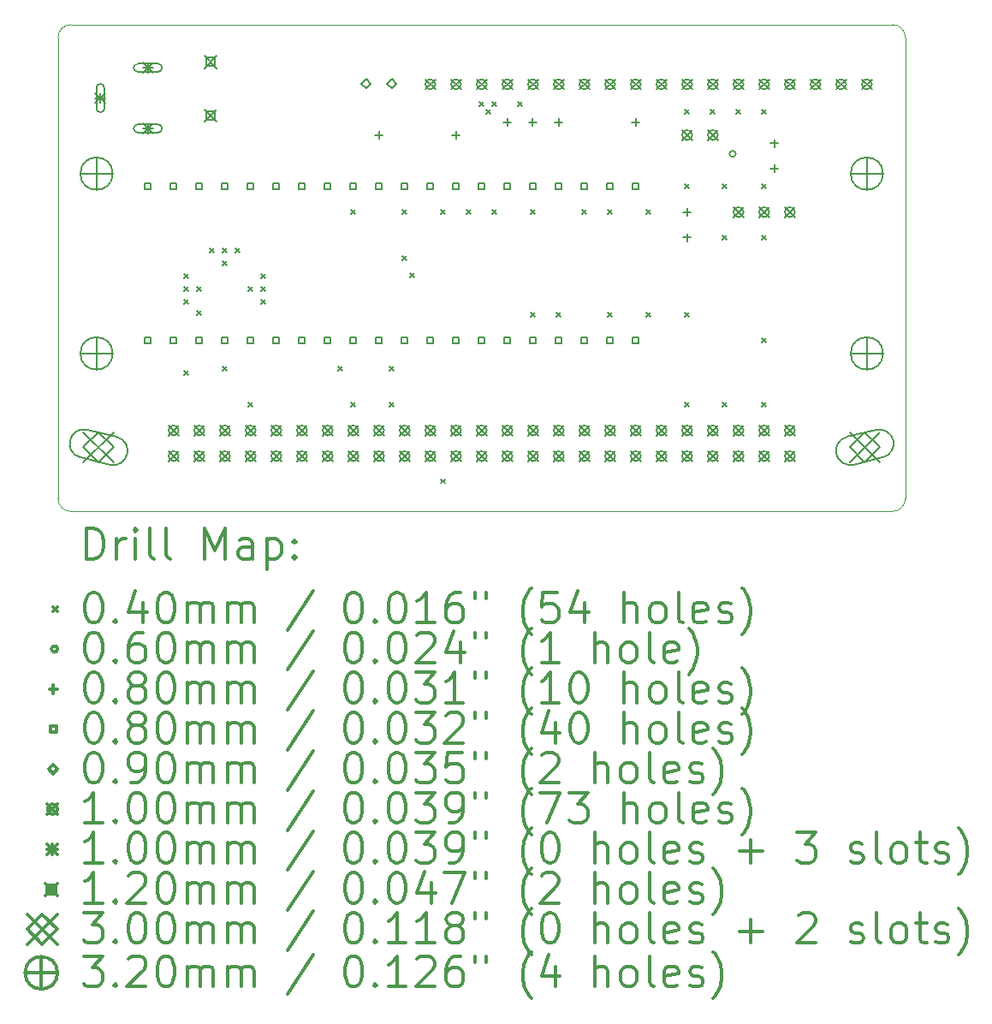
<source format=gbr>
%FSLAX45Y45*%
G04 Gerber Fmt 4.5, Leading zero omitted, Abs format (unit mm)*
G04 Created by KiCad (PCBNEW (5.0.0-rc3-dev)) date 2019 February 11, Monday 22:13:37*
%MOMM*%
%LPD*%
G01*
G04 APERTURE LIST*
%ADD10C,0.100000*%
%ADD11C,0.200000*%
%ADD12C,0.300000*%
G04 APERTURE END LIST*
D10*
X10541000Y-13500100D02*
X10541000Y-8940800D01*
X18923000Y-13500100D02*
X18923000Y-8940800D01*
X18796000Y-13627100D02*
X10668000Y-13627100D01*
X10668000Y-8813800D02*
X18796000Y-8813800D01*
X10668000Y-8813800D02*
G75*
G03X10541000Y-8940800I0J-127000D01*
G01*
X10541000Y-13500100D02*
G75*
G03X10668000Y-13627100I127000J0D01*
G01*
X18923000Y-8940800D02*
G75*
G03X18796000Y-8813800I-127000J0D01*
G01*
X18796000Y-13627100D02*
G75*
G03X18923000Y-13500100I0J127000D01*
G01*
D11*
X11791000Y-11283000D02*
X11831000Y-11323000D01*
X11831000Y-11283000D02*
X11791000Y-11323000D01*
X11791000Y-11410000D02*
X11831000Y-11450000D01*
X11831000Y-11410000D02*
X11791000Y-11450000D01*
X11791000Y-11537000D02*
X11831000Y-11577000D01*
X11831000Y-11537000D02*
X11791000Y-11577000D01*
X11791000Y-12235501D02*
X11831000Y-12275501D01*
X11831000Y-12235501D02*
X11791000Y-12275501D01*
X11918000Y-11410000D02*
X11958000Y-11450000D01*
X11958000Y-11410000D02*
X11918000Y-11450000D01*
X11918000Y-11644950D02*
X11958000Y-11684950D01*
X11958000Y-11644950D02*
X11918000Y-11684950D01*
X12045000Y-11029000D02*
X12085000Y-11069000D01*
X12085000Y-11029000D02*
X12045000Y-11069000D01*
X12172000Y-11029000D02*
X12212000Y-11069000D01*
X12212000Y-11029000D02*
X12172000Y-11069000D01*
X12172000Y-11156000D02*
X12212000Y-11196000D01*
X12212000Y-11156000D02*
X12172000Y-11196000D01*
X12172000Y-12197400D02*
X12212000Y-12237400D01*
X12212000Y-12197400D02*
X12172000Y-12237400D01*
X12299000Y-11029000D02*
X12339000Y-11069000D01*
X12339000Y-11029000D02*
X12299000Y-11069000D01*
X12426000Y-11410000D02*
X12466000Y-11450000D01*
X12466000Y-11410000D02*
X12426000Y-11450000D01*
X12426000Y-12553000D02*
X12466000Y-12593000D01*
X12466000Y-12553000D02*
X12426000Y-12593000D01*
X12553000Y-11283000D02*
X12593000Y-11323000D01*
X12593000Y-11283000D02*
X12553000Y-11323000D01*
X12553000Y-11410000D02*
X12593000Y-11450000D01*
X12593000Y-11410000D02*
X12553000Y-11450000D01*
X12553000Y-11537000D02*
X12593000Y-11577000D01*
X12593000Y-11537000D02*
X12553000Y-11577000D01*
X13315000Y-12197400D02*
X13355000Y-12237400D01*
X13355000Y-12197400D02*
X13315000Y-12237400D01*
X13442000Y-10648000D02*
X13482000Y-10688000D01*
X13482000Y-10648000D02*
X13442000Y-10688000D01*
X13442000Y-12553000D02*
X13482000Y-12593000D01*
X13482000Y-12553000D02*
X13442000Y-12593000D01*
X13823000Y-12197400D02*
X13863000Y-12237400D01*
X13863000Y-12197400D02*
X13823000Y-12237400D01*
X13823000Y-12553000D02*
X13863000Y-12593000D01*
X13863000Y-12553000D02*
X13823000Y-12593000D01*
X13950000Y-10648000D02*
X13990000Y-10688000D01*
X13990000Y-10648000D02*
X13950000Y-10688000D01*
X13950000Y-11105200D02*
X13990000Y-11145200D01*
X13990000Y-11105200D02*
X13950000Y-11145200D01*
X14026200Y-11270300D02*
X14066200Y-11310300D01*
X14066200Y-11270300D02*
X14026200Y-11310300D01*
X14331000Y-10648000D02*
X14371000Y-10688000D01*
X14371000Y-10648000D02*
X14331000Y-10688000D01*
X14331000Y-13308650D02*
X14371000Y-13348650D01*
X14371000Y-13308650D02*
X14331000Y-13348650D01*
X14585000Y-10648000D02*
X14625000Y-10688000D01*
X14625000Y-10648000D02*
X14585000Y-10688000D01*
X14712000Y-9581200D02*
X14752000Y-9621200D01*
X14752000Y-9581200D02*
X14712000Y-9621200D01*
X14775500Y-9657400D02*
X14815500Y-9697400D01*
X14815500Y-9657400D02*
X14775500Y-9697400D01*
X14839000Y-9581200D02*
X14879000Y-9621200D01*
X14879000Y-9581200D02*
X14839000Y-9621200D01*
X14839000Y-10648000D02*
X14879000Y-10688000D01*
X14879000Y-10648000D02*
X14839000Y-10688000D01*
X15093000Y-9581200D02*
X15133000Y-9621200D01*
X15133000Y-9581200D02*
X15093000Y-9621200D01*
X15220000Y-10648000D02*
X15260000Y-10688000D01*
X15260000Y-10648000D02*
X15220000Y-10688000D01*
X15220000Y-11664000D02*
X15260000Y-11704000D01*
X15260000Y-11664000D02*
X15220000Y-11704000D01*
X15474000Y-11664000D02*
X15514000Y-11704000D01*
X15514000Y-11664000D02*
X15474000Y-11704000D01*
X15728000Y-10648000D02*
X15768000Y-10688000D01*
X15768000Y-10648000D02*
X15728000Y-10688000D01*
X15982000Y-10648000D02*
X16022000Y-10688000D01*
X16022000Y-10648000D02*
X15982000Y-10688000D01*
X15982000Y-11664000D02*
X16022000Y-11704000D01*
X16022000Y-11664000D02*
X15982000Y-11704000D01*
X16363000Y-10648000D02*
X16403000Y-10688000D01*
X16403000Y-10648000D02*
X16363000Y-10688000D01*
X16363000Y-11664000D02*
X16403000Y-11704000D01*
X16403000Y-11664000D02*
X16363000Y-11704000D01*
X16744000Y-9657400D02*
X16784000Y-9697400D01*
X16784000Y-9657400D02*
X16744000Y-9697400D01*
X16744000Y-10394000D02*
X16784000Y-10434000D01*
X16784000Y-10394000D02*
X16744000Y-10434000D01*
X16744000Y-11664000D02*
X16784000Y-11704000D01*
X16784000Y-11664000D02*
X16744000Y-11704000D01*
X16744000Y-12553000D02*
X16784000Y-12593000D01*
X16784000Y-12553000D02*
X16744000Y-12593000D01*
X16998000Y-9657400D02*
X17038000Y-9697400D01*
X17038000Y-9657400D02*
X16998000Y-9697400D01*
X17112300Y-10394000D02*
X17152300Y-10434000D01*
X17152300Y-10394000D02*
X17112300Y-10434000D01*
X17112300Y-10902000D02*
X17152300Y-10942000D01*
X17152300Y-10902000D02*
X17112300Y-10942000D01*
X17112300Y-12553000D02*
X17152300Y-12593000D01*
X17152300Y-12553000D02*
X17112300Y-12593000D01*
X17252000Y-9657400D02*
X17292000Y-9697400D01*
X17292000Y-9657400D02*
X17252000Y-9697400D01*
X17506000Y-9657400D02*
X17546000Y-9697400D01*
X17546000Y-9657400D02*
X17506000Y-9697400D01*
X17506000Y-10394000D02*
X17546000Y-10434000D01*
X17546000Y-10394000D02*
X17506000Y-10434000D01*
X17506000Y-10902000D02*
X17546000Y-10942000D01*
X17546000Y-10902000D02*
X17506000Y-10942000D01*
X17506000Y-11918000D02*
X17546000Y-11958000D01*
X17546000Y-11918000D02*
X17506000Y-11958000D01*
X17506000Y-12553000D02*
X17546000Y-12593000D01*
X17546000Y-12553000D02*
X17506000Y-12593000D01*
X17244849Y-10090150D02*
G75*
G03X17244849Y-10090150I-30000J0D01*
G01*
X15494000Y-9739000D02*
X15494000Y-9819000D01*
X15454000Y-9779000D02*
X15534000Y-9779000D01*
X16256000Y-9739000D02*
X16256000Y-9819000D01*
X16216000Y-9779000D02*
X16296000Y-9779000D01*
X17627600Y-9946200D02*
X17627600Y-10026200D01*
X17587600Y-9986200D02*
X17667600Y-9986200D01*
X17627600Y-10196200D02*
X17627600Y-10276200D01*
X17587600Y-10236200D02*
X17667600Y-10236200D01*
X13716000Y-9866000D02*
X13716000Y-9946000D01*
X13676000Y-9906000D02*
X13756000Y-9906000D01*
X14478000Y-9866000D02*
X14478000Y-9946000D01*
X14438000Y-9906000D02*
X14518000Y-9906000D01*
X16764000Y-10628000D02*
X16764000Y-10708000D01*
X16724000Y-10668000D02*
X16804000Y-10668000D01*
X16764000Y-10878000D02*
X16764000Y-10958000D01*
X16724000Y-10918000D02*
X16804000Y-10918000D01*
X14986000Y-9739000D02*
X14986000Y-9819000D01*
X14946000Y-9779000D02*
X15026000Y-9779000D01*
X15236000Y-9739000D02*
X15236000Y-9819000D01*
X15196000Y-9779000D02*
X15276000Y-9779000D01*
X11458288Y-10442288D02*
X11458288Y-10385712D01*
X11401712Y-10385712D01*
X11401712Y-10442288D01*
X11458288Y-10442288D01*
X11458288Y-11966288D02*
X11458288Y-11909712D01*
X11401712Y-11909712D01*
X11401712Y-11966288D01*
X11458288Y-11966288D01*
X11712288Y-10442288D02*
X11712288Y-10385712D01*
X11655712Y-10385712D01*
X11655712Y-10442288D01*
X11712288Y-10442288D01*
X11712288Y-11966288D02*
X11712288Y-11909712D01*
X11655712Y-11909712D01*
X11655712Y-11966288D01*
X11712288Y-11966288D01*
X11966288Y-10442288D02*
X11966288Y-10385712D01*
X11909712Y-10385712D01*
X11909712Y-10442288D01*
X11966288Y-10442288D01*
X11966288Y-11966288D02*
X11966288Y-11909712D01*
X11909712Y-11909712D01*
X11909712Y-11966288D01*
X11966288Y-11966288D01*
X12220288Y-10442288D02*
X12220288Y-10385712D01*
X12163712Y-10385712D01*
X12163712Y-10442288D01*
X12220288Y-10442288D01*
X12220288Y-11966288D02*
X12220288Y-11909712D01*
X12163712Y-11909712D01*
X12163712Y-11966288D01*
X12220288Y-11966288D01*
X12474288Y-10442288D02*
X12474288Y-10385712D01*
X12417712Y-10385712D01*
X12417712Y-10442288D01*
X12474288Y-10442288D01*
X12474288Y-11966288D02*
X12474288Y-11909712D01*
X12417712Y-11909712D01*
X12417712Y-11966288D01*
X12474288Y-11966288D01*
X12728288Y-10442288D02*
X12728288Y-10385712D01*
X12671712Y-10385712D01*
X12671712Y-10442288D01*
X12728288Y-10442288D01*
X12728288Y-11966288D02*
X12728288Y-11909712D01*
X12671712Y-11909712D01*
X12671712Y-11966288D01*
X12728288Y-11966288D01*
X12982288Y-10442288D02*
X12982288Y-10385712D01*
X12925712Y-10385712D01*
X12925712Y-10442288D01*
X12982288Y-10442288D01*
X12982288Y-11966288D02*
X12982288Y-11909712D01*
X12925712Y-11909712D01*
X12925712Y-11966288D01*
X12982288Y-11966288D01*
X13236288Y-10442288D02*
X13236288Y-10385712D01*
X13179712Y-10385712D01*
X13179712Y-10442288D01*
X13236288Y-10442288D01*
X13236288Y-11966288D02*
X13236288Y-11909712D01*
X13179712Y-11909712D01*
X13179712Y-11966288D01*
X13236288Y-11966288D01*
X13490288Y-10442288D02*
X13490288Y-10385712D01*
X13433712Y-10385712D01*
X13433712Y-10442288D01*
X13490288Y-10442288D01*
X13490288Y-11966288D02*
X13490288Y-11909712D01*
X13433712Y-11909712D01*
X13433712Y-11966288D01*
X13490288Y-11966288D01*
X13744288Y-10442288D02*
X13744288Y-10385712D01*
X13687712Y-10385712D01*
X13687712Y-10442288D01*
X13744288Y-10442288D01*
X13744288Y-11966288D02*
X13744288Y-11909712D01*
X13687712Y-11909712D01*
X13687712Y-11966288D01*
X13744288Y-11966288D01*
X13998288Y-10442288D02*
X13998288Y-10385712D01*
X13941712Y-10385712D01*
X13941712Y-10442288D01*
X13998288Y-10442288D01*
X13998288Y-11966288D02*
X13998288Y-11909712D01*
X13941712Y-11909712D01*
X13941712Y-11966288D01*
X13998288Y-11966288D01*
X14252288Y-10442288D02*
X14252288Y-10385712D01*
X14195712Y-10385712D01*
X14195712Y-10442288D01*
X14252288Y-10442288D01*
X14252288Y-11966288D02*
X14252288Y-11909712D01*
X14195712Y-11909712D01*
X14195712Y-11966288D01*
X14252288Y-11966288D01*
X14506288Y-10442288D02*
X14506288Y-10385712D01*
X14449712Y-10385712D01*
X14449712Y-10442288D01*
X14506288Y-10442288D01*
X14506288Y-11966288D02*
X14506288Y-11909712D01*
X14449712Y-11909712D01*
X14449712Y-11966288D01*
X14506288Y-11966288D01*
X14760288Y-10442288D02*
X14760288Y-10385712D01*
X14703712Y-10385712D01*
X14703712Y-10442288D01*
X14760288Y-10442288D01*
X14760288Y-11966288D02*
X14760288Y-11909712D01*
X14703712Y-11909712D01*
X14703712Y-11966288D01*
X14760288Y-11966288D01*
X15014288Y-10442288D02*
X15014288Y-10385712D01*
X14957712Y-10385712D01*
X14957712Y-10442288D01*
X15014288Y-10442288D01*
X15014288Y-11966288D02*
X15014288Y-11909712D01*
X14957712Y-11909712D01*
X14957712Y-11966288D01*
X15014288Y-11966288D01*
X15268288Y-10442288D02*
X15268288Y-10385712D01*
X15211712Y-10385712D01*
X15211712Y-10442288D01*
X15268288Y-10442288D01*
X15268288Y-11966288D02*
X15268288Y-11909712D01*
X15211712Y-11909712D01*
X15211712Y-11966288D01*
X15268288Y-11966288D01*
X15522288Y-10442288D02*
X15522288Y-10385712D01*
X15465712Y-10385712D01*
X15465712Y-10442288D01*
X15522288Y-10442288D01*
X15522288Y-11966288D02*
X15522288Y-11909712D01*
X15465712Y-11909712D01*
X15465712Y-11966288D01*
X15522288Y-11966288D01*
X15776288Y-10442288D02*
X15776288Y-10385712D01*
X15719712Y-10385712D01*
X15719712Y-10442288D01*
X15776288Y-10442288D01*
X15776288Y-11966288D02*
X15776288Y-11909712D01*
X15719712Y-11909712D01*
X15719712Y-11966288D01*
X15776288Y-11966288D01*
X16030288Y-10442288D02*
X16030288Y-10385712D01*
X15973712Y-10385712D01*
X15973712Y-10442288D01*
X16030288Y-10442288D01*
X16030288Y-11966288D02*
X16030288Y-11909712D01*
X15973712Y-11909712D01*
X15973712Y-11966288D01*
X16030288Y-11966288D01*
X16284288Y-10442288D02*
X16284288Y-10385712D01*
X16227712Y-10385712D01*
X16227712Y-10442288D01*
X16284288Y-10442288D01*
X16284288Y-11966288D02*
X16284288Y-11909712D01*
X16227712Y-11909712D01*
X16227712Y-11966288D01*
X16284288Y-11966288D01*
X13589000Y-9443000D02*
X13634000Y-9398000D01*
X13589000Y-9353000D01*
X13544000Y-9398000D01*
X13589000Y-9443000D01*
X13843000Y-9443000D02*
X13888000Y-9398000D01*
X13843000Y-9353000D01*
X13798000Y-9398000D01*
X13843000Y-9443000D01*
X17222000Y-10618000D02*
X17322000Y-10718000D01*
X17322000Y-10618000D02*
X17222000Y-10718000D01*
X17322000Y-10668000D02*
G75*
G03X17322000Y-10668000I-50000J0D01*
G01*
X17476000Y-10618000D02*
X17576000Y-10718000D01*
X17576000Y-10618000D02*
X17476000Y-10718000D01*
X17576000Y-10668000D02*
G75*
G03X17576000Y-10668000I-50000J0D01*
G01*
X17730000Y-10618000D02*
X17830000Y-10718000D01*
X17830000Y-10618000D02*
X17730000Y-10718000D01*
X17830000Y-10668000D02*
G75*
G03X17830000Y-10668000I-50000J0D01*
G01*
X14174000Y-9354350D02*
X14274000Y-9454350D01*
X14274000Y-9354350D02*
X14174000Y-9454350D01*
X14274000Y-9404350D02*
G75*
G03X14274000Y-9404350I-50000J0D01*
G01*
X14428000Y-9354350D02*
X14528000Y-9454350D01*
X14528000Y-9354350D02*
X14428000Y-9454350D01*
X14528000Y-9404350D02*
G75*
G03X14528000Y-9404350I-50000J0D01*
G01*
X14682000Y-9354350D02*
X14782000Y-9454350D01*
X14782000Y-9354350D02*
X14682000Y-9454350D01*
X14782000Y-9404350D02*
G75*
G03X14782000Y-9404350I-50000J0D01*
G01*
X14936000Y-9354350D02*
X15036000Y-9454350D01*
X15036000Y-9354350D02*
X14936000Y-9454350D01*
X15036000Y-9404350D02*
G75*
G03X15036000Y-9404350I-50000J0D01*
G01*
X15190000Y-9354350D02*
X15290000Y-9454350D01*
X15290000Y-9354350D02*
X15190000Y-9454350D01*
X15290000Y-9404350D02*
G75*
G03X15290000Y-9404350I-50000J0D01*
G01*
X15444000Y-9354350D02*
X15544000Y-9454350D01*
X15544000Y-9354350D02*
X15444000Y-9454350D01*
X15544000Y-9404350D02*
G75*
G03X15544000Y-9404350I-50000J0D01*
G01*
X15698000Y-9354350D02*
X15798000Y-9454350D01*
X15798000Y-9354350D02*
X15698000Y-9454350D01*
X15798000Y-9404350D02*
G75*
G03X15798000Y-9404350I-50000J0D01*
G01*
X15952000Y-9354350D02*
X16052000Y-9454350D01*
X16052000Y-9354350D02*
X15952000Y-9454350D01*
X16052000Y-9404350D02*
G75*
G03X16052000Y-9404350I-50000J0D01*
G01*
X16206000Y-9354350D02*
X16306000Y-9454350D01*
X16306000Y-9354350D02*
X16206000Y-9454350D01*
X16306000Y-9404350D02*
G75*
G03X16306000Y-9404350I-50000J0D01*
G01*
X16460000Y-9354350D02*
X16560000Y-9454350D01*
X16560000Y-9354350D02*
X16460000Y-9454350D01*
X16560000Y-9404350D02*
G75*
G03X16560000Y-9404350I-50000J0D01*
G01*
X16714000Y-9354350D02*
X16814000Y-9454350D01*
X16814000Y-9354350D02*
X16714000Y-9454350D01*
X16814000Y-9404350D02*
G75*
G03X16814000Y-9404350I-50000J0D01*
G01*
X16968000Y-9354350D02*
X17068000Y-9454350D01*
X17068000Y-9354350D02*
X16968000Y-9454350D01*
X17068000Y-9404350D02*
G75*
G03X17068000Y-9404350I-50000J0D01*
G01*
X17222000Y-9354350D02*
X17322000Y-9454350D01*
X17322000Y-9354350D02*
X17222000Y-9454350D01*
X17322000Y-9404350D02*
G75*
G03X17322000Y-9404350I-50000J0D01*
G01*
X17476000Y-9354350D02*
X17576000Y-9454350D01*
X17576000Y-9354350D02*
X17476000Y-9454350D01*
X17576000Y-9404350D02*
G75*
G03X17576000Y-9404350I-50000J0D01*
G01*
X17730000Y-9354350D02*
X17830000Y-9454350D01*
X17830000Y-9354350D02*
X17730000Y-9454350D01*
X17830000Y-9404350D02*
G75*
G03X17830000Y-9404350I-50000J0D01*
G01*
X17984000Y-9354350D02*
X18084000Y-9454350D01*
X18084000Y-9354350D02*
X17984000Y-9454350D01*
X18084000Y-9404350D02*
G75*
G03X18084000Y-9404350I-50000J0D01*
G01*
X18238000Y-9354350D02*
X18338000Y-9454350D01*
X18338000Y-9354350D02*
X18238000Y-9454350D01*
X18338000Y-9404350D02*
G75*
G03X18338000Y-9404350I-50000J0D01*
G01*
X18492000Y-9354350D02*
X18592000Y-9454350D01*
X18592000Y-9354350D02*
X18492000Y-9454350D01*
X18592000Y-9404350D02*
G75*
G03X18592000Y-9404350I-50000J0D01*
G01*
X16714000Y-9856000D02*
X16814000Y-9956000D01*
X16814000Y-9856000D02*
X16714000Y-9956000D01*
X16814000Y-9906000D02*
G75*
G03X16814000Y-9906000I-50000J0D01*
G01*
X16968000Y-9856000D02*
X17068000Y-9956000D01*
X17068000Y-9856000D02*
X16968000Y-9956000D01*
X17068000Y-9906000D02*
G75*
G03X17068000Y-9906000I-50000J0D01*
G01*
X11634000Y-12777000D02*
X11734000Y-12877000D01*
X11734000Y-12777000D02*
X11634000Y-12877000D01*
X11734000Y-12827000D02*
G75*
G03X11734000Y-12827000I-50000J0D01*
G01*
X11634000Y-13031000D02*
X11734000Y-13131000D01*
X11734000Y-13031000D02*
X11634000Y-13131000D01*
X11734000Y-13081000D02*
G75*
G03X11734000Y-13081000I-50000J0D01*
G01*
X11888000Y-12777000D02*
X11988000Y-12877000D01*
X11988000Y-12777000D02*
X11888000Y-12877000D01*
X11988000Y-12827000D02*
G75*
G03X11988000Y-12827000I-50000J0D01*
G01*
X11888000Y-13031000D02*
X11988000Y-13131000D01*
X11988000Y-13031000D02*
X11888000Y-13131000D01*
X11988000Y-13081000D02*
G75*
G03X11988000Y-13081000I-50000J0D01*
G01*
X12142000Y-12777000D02*
X12242000Y-12877000D01*
X12242000Y-12777000D02*
X12142000Y-12877000D01*
X12242000Y-12827000D02*
G75*
G03X12242000Y-12827000I-50000J0D01*
G01*
X12142000Y-13031000D02*
X12242000Y-13131000D01*
X12242000Y-13031000D02*
X12142000Y-13131000D01*
X12242000Y-13081000D02*
G75*
G03X12242000Y-13081000I-50000J0D01*
G01*
X12396000Y-12777000D02*
X12496000Y-12877000D01*
X12496000Y-12777000D02*
X12396000Y-12877000D01*
X12496000Y-12827000D02*
G75*
G03X12496000Y-12827000I-50000J0D01*
G01*
X12396000Y-13031000D02*
X12496000Y-13131000D01*
X12496000Y-13031000D02*
X12396000Y-13131000D01*
X12496000Y-13081000D02*
G75*
G03X12496000Y-13081000I-50000J0D01*
G01*
X12650000Y-12777000D02*
X12750000Y-12877000D01*
X12750000Y-12777000D02*
X12650000Y-12877000D01*
X12750000Y-12827000D02*
G75*
G03X12750000Y-12827000I-50000J0D01*
G01*
X12650000Y-13031000D02*
X12750000Y-13131000D01*
X12750000Y-13031000D02*
X12650000Y-13131000D01*
X12750000Y-13081000D02*
G75*
G03X12750000Y-13081000I-50000J0D01*
G01*
X12904000Y-12777000D02*
X13004000Y-12877000D01*
X13004000Y-12777000D02*
X12904000Y-12877000D01*
X13004000Y-12827000D02*
G75*
G03X13004000Y-12827000I-50000J0D01*
G01*
X12904000Y-13031000D02*
X13004000Y-13131000D01*
X13004000Y-13031000D02*
X12904000Y-13131000D01*
X13004000Y-13081000D02*
G75*
G03X13004000Y-13081000I-50000J0D01*
G01*
X13158000Y-12777000D02*
X13258000Y-12877000D01*
X13258000Y-12777000D02*
X13158000Y-12877000D01*
X13258000Y-12827000D02*
G75*
G03X13258000Y-12827000I-50000J0D01*
G01*
X13158000Y-13031000D02*
X13258000Y-13131000D01*
X13258000Y-13031000D02*
X13158000Y-13131000D01*
X13258000Y-13081000D02*
G75*
G03X13258000Y-13081000I-50000J0D01*
G01*
X13412000Y-12777000D02*
X13512000Y-12877000D01*
X13512000Y-12777000D02*
X13412000Y-12877000D01*
X13512000Y-12827000D02*
G75*
G03X13512000Y-12827000I-50000J0D01*
G01*
X13412000Y-13031000D02*
X13512000Y-13131000D01*
X13512000Y-13031000D02*
X13412000Y-13131000D01*
X13512000Y-13081000D02*
G75*
G03X13512000Y-13081000I-50000J0D01*
G01*
X13666000Y-12777000D02*
X13766000Y-12877000D01*
X13766000Y-12777000D02*
X13666000Y-12877000D01*
X13766000Y-12827000D02*
G75*
G03X13766000Y-12827000I-50000J0D01*
G01*
X13666000Y-13031000D02*
X13766000Y-13131000D01*
X13766000Y-13031000D02*
X13666000Y-13131000D01*
X13766000Y-13081000D02*
G75*
G03X13766000Y-13081000I-50000J0D01*
G01*
X13920000Y-12777000D02*
X14020000Y-12877000D01*
X14020000Y-12777000D02*
X13920000Y-12877000D01*
X14020000Y-12827000D02*
G75*
G03X14020000Y-12827000I-50000J0D01*
G01*
X13920000Y-13031000D02*
X14020000Y-13131000D01*
X14020000Y-13031000D02*
X13920000Y-13131000D01*
X14020000Y-13081000D02*
G75*
G03X14020000Y-13081000I-50000J0D01*
G01*
X14174000Y-12777000D02*
X14274000Y-12877000D01*
X14274000Y-12777000D02*
X14174000Y-12877000D01*
X14274000Y-12827000D02*
G75*
G03X14274000Y-12827000I-50000J0D01*
G01*
X14174000Y-13031000D02*
X14274000Y-13131000D01*
X14274000Y-13031000D02*
X14174000Y-13131000D01*
X14274000Y-13081000D02*
G75*
G03X14274000Y-13081000I-50000J0D01*
G01*
X14428000Y-12777000D02*
X14528000Y-12877000D01*
X14528000Y-12777000D02*
X14428000Y-12877000D01*
X14528000Y-12827000D02*
G75*
G03X14528000Y-12827000I-50000J0D01*
G01*
X14428000Y-13031000D02*
X14528000Y-13131000D01*
X14528000Y-13031000D02*
X14428000Y-13131000D01*
X14528000Y-13081000D02*
G75*
G03X14528000Y-13081000I-50000J0D01*
G01*
X14682000Y-12777000D02*
X14782000Y-12877000D01*
X14782000Y-12777000D02*
X14682000Y-12877000D01*
X14782000Y-12827000D02*
G75*
G03X14782000Y-12827000I-50000J0D01*
G01*
X14682000Y-13031000D02*
X14782000Y-13131000D01*
X14782000Y-13031000D02*
X14682000Y-13131000D01*
X14782000Y-13081000D02*
G75*
G03X14782000Y-13081000I-50000J0D01*
G01*
X14936000Y-12777000D02*
X15036000Y-12877000D01*
X15036000Y-12777000D02*
X14936000Y-12877000D01*
X15036000Y-12827000D02*
G75*
G03X15036000Y-12827000I-50000J0D01*
G01*
X14936000Y-13031000D02*
X15036000Y-13131000D01*
X15036000Y-13031000D02*
X14936000Y-13131000D01*
X15036000Y-13081000D02*
G75*
G03X15036000Y-13081000I-50000J0D01*
G01*
X15190000Y-12777000D02*
X15290000Y-12877000D01*
X15290000Y-12777000D02*
X15190000Y-12877000D01*
X15290000Y-12827000D02*
G75*
G03X15290000Y-12827000I-50000J0D01*
G01*
X15190000Y-13031000D02*
X15290000Y-13131000D01*
X15290000Y-13031000D02*
X15190000Y-13131000D01*
X15290000Y-13081000D02*
G75*
G03X15290000Y-13081000I-50000J0D01*
G01*
X15444000Y-12777000D02*
X15544000Y-12877000D01*
X15544000Y-12777000D02*
X15444000Y-12877000D01*
X15544000Y-12827000D02*
G75*
G03X15544000Y-12827000I-50000J0D01*
G01*
X15444000Y-13031000D02*
X15544000Y-13131000D01*
X15544000Y-13031000D02*
X15444000Y-13131000D01*
X15544000Y-13081000D02*
G75*
G03X15544000Y-13081000I-50000J0D01*
G01*
X15698000Y-12777000D02*
X15798000Y-12877000D01*
X15798000Y-12777000D02*
X15698000Y-12877000D01*
X15798000Y-12827000D02*
G75*
G03X15798000Y-12827000I-50000J0D01*
G01*
X15698000Y-13031000D02*
X15798000Y-13131000D01*
X15798000Y-13031000D02*
X15698000Y-13131000D01*
X15798000Y-13081000D02*
G75*
G03X15798000Y-13081000I-50000J0D01*
G01*
X15952000Y-12777000D02*
X16052000Y-12877000D01*
X16052000Y-12777000D02*
X15952000Y-12877000D01*
X16052000Y-12827000D02*
G75*
G03X16052000Y-12827000I-50000J0D01*
G01*
X15952000Y-13031000D02*
X16052000Y-13131000D01*
X16052000Y-13031000D02*
X15952000Y-13131000D01*
X16052000Y-13081000D02*
G75*
G03X16052000Y-13081000I-50000J0D01*
G01*
X16206000Y-12777000D02*
X16306000Y-12877000D01*
X16306000Y-12777000D02*
X16206000Y-12877000D01*
X16306000Y-12827000D02*
G75*
G03X16306000Y-12827000I-50000J0D01*
G01*
X16206000Y-13031000D02*
X16306000Y-13131000D01*
X16306000Y-13031000D02*
X16206000Y-13131000D01*
X16306000Y-13081000D02*
G75*
G03X16306000Y-13081000I-50000J0D01*
G01*
X16460000Y-12777000D02*
X16560000Y-12877000D01*
X16560000Y-12777000D02*
X16460000Y-12877000D01*
X16560000Y-12827000D02*
G75*
G03X16560000Y-12827000I-50000J0D01*
G01*
X16460000Y-13031000D02*
X16560000Y-13131000D01*
X16560000Y-13031000D02*
X16460000Y-13131000D01*
X16560000Y-13081000D02*
G75*
G03X16560000Y-13081000I-50000J0D01*
G01*
X16714000Y-12777000D02*
X16814000Y-12877000D01*
X16814000Y-12777000D02*
X16714000Y-12877000D01*
X16814000Y-12827000D02*
G75*
G03X16814000Y-12827000I-50000J0D01*
G01*
X16714000Y-13031000D02*
X16814000Y-13131000D01*
X16814000Y-13031000D02*
X16714000Y-13131000D01*
X16814000Y-13081000D02*
G75*
G03X16814000Y-13081000I-50000J0D01*
G01*
X16968000Y-12777000D02*
X17068000Y-12877000D01*
X17068000Y-12777000D02*
X16968000Y-12877000D01*
X17068000Y-12827000D02*
G75*
G03X17068000Y-12827000I-50000J0D01*
G01*
X16968000Y-13031000D02*
X17068000Y-13131000D01*
X17068000Y-13031000D02*
X16968000Y-13131000D01*
X17068000Y-13081000D02*
G75*
G03X17068000Y-13081000I-50000J0D01*
G01*
X17222000Y-12777000D02*
X17322000Y-12877000D01*
X17322000Y-12777000D02*
X17222000Y-12877000D01*
X17322000Y-12827000D02*
G75*
G03X17322000Y-12827000I-50000J0D01*
G01*
X17222000Y-13031000D02*
X17322000Y-13131000D01*
X17322000Y-13031000D02*
X17222000Y-13131000D01*
X17322000Y-13081000D02*
G75*
G03X17322000Y-13081000I-50000J0D01*
G01*
X17476000Y-12777000D02*
X17576000Y-12877000D01*
X17576000Y-12777000D02*
X17476000Y-12877000D01*
X17576000Y-12827000D02*
G75*
G03X17576000Y-12827000I-50000J0D01*
G01*
X17476000Y-13031000D02*
X17576000Y-13131000D01*
X17576000Y-13031000D02*
X17476000Y-13131000D01*
X17576000Y-13081000D02*
G75*
G03X17576000Y-13081000I-50000J0D01*
G01*
X17730000Y-12777000D02*
X17830000Y-12877000D01*
X17830000Y-12777000D02*
X17730000Y-12877000D01*
X17830000Y-12827000D02*
G75*
G03X17830000Y-12827000I-50000J0D01*
G01*
X17730000Y-13031000D02*
X17830000Y-13131000D01*
X17830000Y-13031000D02*
X17730000Y-13131000D01*
X17830000Y-13081000D02*
G75*
G03X17830000Y-13081000I-50000J0D01*
G01*
X10910062Y-9490202D02*
X11010138Y-9590278D01*
X11010138Y-9490202D02*
X10910062Y-9590278D01*
X10960100Y-9490202D02*
X10960100Y-9590278D01*
X10910062Y-9540240D02*
X11010138Y-9540240D01*
X10920062Y-9440291D02*
X10920062Y-9640189D01*
X11000138Y-9440291D02*
X11000138Y-9640189D01*
X10920062Y-9640189D02*
G75*
G03X11000138Y-9640189I40038J0D01*
G01*
X11000138Y-9440291D02*
G75*
G03X10920062Y-9440291I-40038J0D01*
G01*
X11379962Y-9190228D02*
X11480038Y-9290304D01*
X11480038Y-9190228D02*
X11379962Y-9290304D01*
X11430000Y-9190228D02*
X11430000Y-9290304D01*
X11379962Y-9240266D02*
X11480038Y-9240266D01*
X11529949Y-9200228D02*
X11330051Y-9200228D01*
X11529949Y-9280304D02*
X11330051Y-9280304D01*
X11330051Y-9200228D02*
G75*
G03X11330051Y-9280304I0J-40038D01*
G01*
X11529949Y-9280304D02*
G75*
G03X11529949Y-9200228I0J40038D01*
G01*
X11379962Y-9790176D02*
X11480038Y-9890252D01*
X11480038Y-9790176D02*
X11379962Y-9890252D01*
X11430000Y-9790176D02*
X11430000Y-9890252D01*
X11379962Y-9840214D02*
X11480038Y-9840214D01*
X11529949Y-9800176D02*
X11330051Y-9800176D01*
X11529949Y-9880252D02*
X11330051Y-9880252D01*
X11330051Y-9800176D02*
G75*
G03X11330051Y-9880252I0J-40038D01*
G01*
X11529949Y-9880252D02*
G75*
G03X11529949Y-9800176I0J40038D01*
G01*
X11990000Y-9123800D02*
X12110000Y-9243800D01*
X12110000Y-9123800D02*
X11990000Y-9243800D01*
X12092427Y-9226227D02*
X12092427Y-9141373D01*
X12007573Y-9141373D01*
X12007573Y-9226227D01*
X12092427Y-9226227D01*
X11990000Y-9653800D02*
X12110000Y-9773800D01*
X12110000Y-9653800D02*
X11990000Y-9773800D01*
X12092427Y-9756227D02*
X12092427Y-9671373D01*
X12007573Y-9671373D01*
X12007573Y-9756227D01*
X12092427Y-9756227D01*
X10792320Y-12842100D02*
X11092320Y-13142100D01*
X11092320Y-12842100D02*
X10792320Y-13142100D01*
X10942320Y-13142100D02*
X11092320Y-12992100D01*
X10942320Y-12842100D01*
X10792320Y-12992100D01*
X10942320Y-13142100D01*
X11121034Y-12891297D02*
X10829446Y-12820754D01*
X11055194Y-13163446D02*
X10763606Y-13092903D01*
X10829446Y-12820754D02*
G75*
G03X10763606Y-13092903I-32920J-136075D01*
G01*
X11055194Y-13163446D02*
G75*
G03X11121034Y-12891297I32920J136075D01*
G01*
X18371680Y-12842100D02*
X18671680Y-13142100D01*
X18671680Y-12842100D02*
X18371680Y-13142100D01*
X18521680Y-13142100D02*
X18671680Y-12992100D01*
X18521680Y-12842100D01*
X18371680Y-12992100D01*
X18521680Y-13142100D01*
X18408806Y-13163446D02*
X18700394Y-13092903D01*
X18342966Y-12891297D02*
X18634554Y-12820754D01*
X18700394Y-13092903D02*
G75*
G03X18634554Y-12820754I-32920J136075D01*
G01*
X18342966Y-12891297D02*
G75*
G03X18408806Y-13163446I32920J-136075D01*
G01*
X10922000Y-11905000D02*
X10922000Y-12225000D01*
X10762000Y-12065000D02*
X11082000Y-12065000D01*
X11082000Y-12065000D02*
G75*
G03X11082000Y-12065000I-160000J0D01*
G01*
X18542000Y-11905000D02*
X18542000Y-12225000D01*
X18382000Y-12065000D02*
X18702000Y-12065000D01*
X18702000Y-12065000D02*
G75*
G03X18702000Y-12065000I-160000J0D01*
G01*
X10922000Y-10127000D02*
X10922000Y-10447000D01*
X10762000Y-10287000D02*
X11082000Y-10287000D01*
X11082000Y-10287000D02*
G75*
G03X11082000Y-10287000I-160000J0D01*
G01*
X18542000Y-10127000D02*
X18542000Y-10447000D01*
X18382000Y-10287000D02*
X18702000Y-10287000D01*
X18702000Y-10287000D02*
G75*
G03X18702000Y-10287000I-160000J0D01*
G01*
D12*
X10822428Y-14097814D02*
X10822428Y-13797814D01*
X10893857Y-13797814D01*
X10936714Y-13812100D01*
X10965286Y-13840671D01*
X10979571Y-13869243D01*
X10993857Y-13926386D01*
X10993857Y-13969243D01*
X10979571Y-14026386D01*
X10965286Y-14054957D01*
X10936714Y-14083529D01*
X10893857Y-14097814D01*
X10822428Y-14097814D01*
X11122428Y-14097814D02*
X11122428Y-13897814D01*
X11122428Y-13954957D02*
X11136714Y-13926386D01*
X11151000Y-13912100D01*
X11179571Y-13897814D01*
X11208143Y-13897814D01*
X11308143Y-14097814D02*
X11308143Y-13897814D01*
X11308143Y-13797814D02*
X11293857Y-13812100D01*
X11308143Y-13826386D01*
X11322428Y-13812100D01*
X11308143Y-13797814D01*
X11308143Y-13826386D01*
X11493857Y-14097814D02*
X11465286Y-14083529D01*
X11451000Y-14054957D01*
X11451000Y-13797814D01*
X11651000Y-14097814D02*
X11622428Y-14083529D01*
X11608143Y-14054957D01*
X11608143Y-13797814D01*
X11993857Y-14097814D02*
X11993857Y-13797814D01*
X12093857Y-14012100D01*
X12193857Y-13797814D01*
X12193857Y-14097814D01*
X12465286Y-14097814D02*
X12465286Y-13940671D01*
X12451000Y-13912100D01*
X12422428Y-13897814D01*
X12365286Y-13897814D01*
X12336714Y-13912100D01*
X12465286Y-14083529D02*
X12436714Y-14097814D01*
X12365286Y-14097814D01*
X12336714Y-14083529D01*
X12322428Y-14054957D01*
X12322428Y-14026386D01*
X12336714Y-13997814D01*
X12365286Y-13983529D01*
X12436714Y-13983529D01*
X12465286Y-13969243D01*
X12608143Y-13897814D02*
X12608143Y-14197814D01*
X12608143Y-13912100D02*
X12636714Y-13897814D01*
X12693857Y-13897814D01*
X12722428Y-13912100D01*
X12736714Y-13926386D01*
X12751000Y-13954957D01*
X12751000Y-14040671D01*
X12736714Y-14069243D01*
X12722428Y-14083529D01*
X12693857Y-14097814D01*
X12636714Y-14097814D01*
X12608143Y-14083529D01*
X12879571Y-14069243D02*
X12893857Y-14083529D01*
X12879571Y-14097814D01*
X12865286Y-14083529D01*
X12879571Y-14069243D01*
X12879571Y-14097814D01*
X12879571Y-13912100D02*
X12893857Y-13926386D01*
X12879571Y-13940671D01*
X12865286Y-13926386D01*
X12879571Y-13912100D01*
X12879571Y-13940671D01*
X10496000Y-14572100D02*
X10536000Y-14612100D01*
X10536000Y-14572100D02*
X10496000Y-14612100D01*
X10879571Y-14427814D02*
X10908143Y-14427814D01*
X10936714Y-14442100D01*
X10951000Y-14456386D01*
X10965286Y-14484957D01*
X10979571Y-14542100D01*
X10979571Y-14613529D01*
X10965286Y-14670671D01*
X10951000Y-14699243D01*
X10936714Y-14713529D01*
X10908143Y-14727814D01*
X10879571Y-14727814D01*
X10851000Y-14713529D01*
X10836714Y-14699243D01*
X10822428Y-14670671D01*
X10808143Y-14613529D01*
X10808143Y-14542100D01*
X10822428Y-14484957D01*
X10836714Y-14456386D01*
X10851000Y-14442100D01*
X10879571Y-14427814D01*
X11108143Y-14699243D02*
X11122428Y-14713529D01*
X11108143Y-14727814D01*
X11093857Y-14713529D01*
X11108143Y-14699243D01*
X11108143Y-14727814D01*
X11379571Y-14527814D02*
X11379571Y-14727814D01*
X11308143Y-14413529D02*
X11236714Y-14627814D01*
X11422428Y-14627814D01*
X11593857Y-14427814D02*
X11622428Y-14427814D01*
X11651000Y-14442100D01*
X11665286Y-14456386D01*
X11679571Y-14484957D01*
X11693857Y-14542100D01*
X11693857Y-14613529D01*
X11679571Y-14670671D01*
X11665286Y-14699243D01*
X11651000Y-14713529D01*
X11622428Y-14727814D01*
X11593857Y-14727814D01*
X11565286Y-14713529D01*
X11551000Y-14699243D01*
X11536714Y-14670671D01*
X11522428Y-14613529D01*
X11522428Y-14542100D01*
X11536714Y-14484957D01*
X11551000Y-14456386D01*
X11565286Y-14442100D01*
X11593857Y-14427814D01*
X11822428Y-14727814D02*
X11822428Y-14527814D01*
X11822428Y-14556386D02*
X11836714Y-14542100D01*
X11865286Y-14527814D01*
X11908143Y-14527814D01*
X11936714Y-14542100D01*
X11951000Y-14570671D01*
X11951000Y-14727814D01*
X11951000Y-14570671D02*
X11965286Y-14542100D01*
X11993857Y-14527814D01*
X12036714Y-14527814D01*
X12065286Y-14542100D01*
X12079571Y-14570671D01*
X12079571Y-14727814D01*
X12222428Y-14727814D02*
X12222428Y-14527814D01*
X12222428Y-14556386D02*
X12236714Y-14542100D01*
X12265286Y-14527814D01*
X12308143Y-14527814D01*
X12336714Y-14542100D01*
X12351000Y-14570671D01*
X12351000Y-14727814D01*
X12351000Y-14570671D02*
X12365286Y-14542100D01*
X12393857Y-14527814D01*
X12436714Y-14527814D01*
X12465286Y-14542100D01*
X12479571Y-14570671D01*
X12479571Y-14727814D01*
X13065286Y-14413529D02*
X12808143Y-14799243D01*
X13451000Y-14427814D02*
X13479571Y-14427814D01*
X13508143Y-14442100D01*
X13522428Y-14456386D01*
X13536714Y-14484957D01*
X13551000Y-14542100D01*
X13551000Y-14613529D01*
X13536714Y-14670671D01*
X13522428Y-14699243D01*
X13508143Y-14713529D01*
X13479571Y-14727814D01*
X13451000Y-14727814D01*
X13422428Y-14713529D01*
X13408143Y-14699243D01*
X13393857Y-14670671D01*
X13379571Y-14613529D01*
X13379571Y-14542100D01*
X13393857Y-14484957D01*
X13408143Y-14456386D01*
X13422428Y-14442100D01*
X13451000Y-14427814D01*
X13679571Y-14699243D02*
X13693857Y-14713529D01*
X13679571Y-14727814D01*
X13665286Y-14713529D01*
X13679571Y-14699243D01*
X13679571Y-14727814D01*
X13879571Y-14427814D02*
X13908143Y-14427814D01*
X13936714Y-14442100D01*
X13951000Y-14456386D01*
X13965286Y-14484957D01*
X13979571Y-14542100D01*
X13979571Y-14613529D01*
X13965286Y-14670671D01*
X13951000Y-14699243D01*
X13936714Y-14713529D01*
X13908143Y-14727814D01*
X13879571Y-14727814D01*
X13851000Y-14713529D01*
X13836714Y-14699243D01*
X13822428Y-14670671D01*
X13808143Y-14613529D01*
X13808143Y-14542100D01*
X13822428Y-14484957D01*
X13836714Y-14456386D01*
X13851000Y-14442100D01*
X13879571Y-14427814D01*
X14265286Y-14727814D02*
X14093857Y-14727814D01*
X14179571Y-14727814D02*
X14179571Y-14427814D01*
X14151000Y-14470671D01*
X14122428Y-14499243D01*
X14093857Y-14513529D01*
X14522428Y-14427814D02*
X14465286Y-14427814D01*
X14436714Y-14442100D01*
X14422428Y-14456386D01*
X14393857Y-14499243D01*
X14379571Y-14556386D01*
X14379571Y-14670671D01*
X14393857Y-14699243D01*
X14408143Y-14713529D01*
X14436714Y-14727814D01*
X14493857Y-14727814D01*
X14522428Y-14713529D01*
X14536714Y-14699243D01*
X14551000Y-14670671D01*
X14551000Y-14599243D01*
X14536714Y-14570671D01*
X14522428Y-14556386D01*
X14493857Y-14542100D01*
X14436714Y-14542100D01*
X14408143Y-14556386D01*
X14393857Y-14570671D01*
X14379571Y-14599243D01*
X14665286Y-14427814D02*
X14665286Y-14484957D01*
X14779571Y-14427814D02*
X14779571Y-14484957D01*
X15222428Y-14842100D02*
X15208143Y-14827814D01*
X15179571Y-14784957D01*
X15165286Y-14756386D01*
X15151000Y-14713529D01*
X15136714Y-14642100D01*
X15136714Y-14584957D01*
X15151000Y-14513529D01*
X15165286Y-14470671D01*
X15179571Y-14442100D01*
X15208143Y-14399243D01*
X15222428Y-14384957D01*
X15479571Y-14427814D02*
X15336714Y-14427814D01*
X15322428Y-14570671D01*
X15336714Y-14556386D01*
X15365286Y-14542100D01*
X15436714Y-14542100D01*
X15465286Y-14556386D01*
X15479571Y-14570671D01*
X15493857Y-14599243D01*
X15493857Y-14670671D01*
X15479571Y-14699243D01*
X15465286Y-14713529D01*
X15436714Y-14727814D01*
X15365286Y-14727814D01*
X15336714Y-14713529D01*
X15322428Y-14699243D01*
X15751000Y-14527814D02*
X15751000Y-14727814D01*
X15679571Y-14413529D02*
X15608143Y-14627814D01*
X15793857Y-14627814D01*
X16136714Y-14727814D02*
X16136714Y-14427814D01*
X16265286Y-14727814D02*
X16265286Y-14570671D01*
X16251000Y-14542100D01*
X16222428Y-14527814D01*
X16179571Y-14527814D01*
X16151000Y-14542100D01*
X16136714Y-14556386D01*
X16451000Y-14727814D02*
X16422428Y-14713529D01*
X16408143Y-14699243D01*
X16393857Y-14670671D01*
X16393857Y-14584957D01*
X16408143Y-14556386D01*
X16422428Y-14542100D01*
X16451000Y-14527814D01*
X16493857Y-14527814D01*
X16522428Y-14542100D01*
X16536714Y-14556386D01*
X16551000Y-14584957D01*
X16551000Y-14670671D01*
X16536714Y-14699243D01*
X16522428Y-14713529D01*
X16493857Y-14727814D01*
X16451000Y-14727814D01*
X16722428Y-14727814D02*
X16693857Y-14713529D01*
X16679571Y-14684957D01*
X16679571Y-14427814D01*
X16951000Y-14713529D02*
X16922428Y-14727814D01*
X16865286Y-14727814D01*
X16836714Y-14713529D01*
X16822428Y-14684957D01*
X16822428Y-14570671D01*
X16836714Y-14542100D01*
X16865286Y-14527814D01*
X16922428Y-14527814D01*
X16951000Y-14542100D01*
X16965286Y-14570671D01*
X16965286Y-14599243D01*
X16822428Y-14627814D01*
X17079571Y-14713529D02*
X17108143Y-14727814D01*
X17165286Y-14727814D01*
X17193857Y-14713529D01*
X17208143Y-14684957D01*
X17208143Y-14670671D01*
X17193857Y-14642100D01*
X17165286Y-14627814D01*
X17122428Y-14627814D01*
X17093857Y-14613529D01*
X17079571Y-14584957D01*
X17079571Y-14570671D01*
X17093857Y-14542100D01*
X17122428Y-14527814D01*
X17165286Y-14527814D01*
X17193857Y-14542100D01*
X17308143Y-14842100D02*
X17322428Y-14827814D01*
X17351000Y-14784957D01*
X17365286Y-14756386D01*
X17379571Y-14713529D01*
X17393857Y-14642100D01*
X17393857Y-14584957D01*
X17379571Y-14513529D01*
X17365286Y-14470671D01*
X17351000Y-14442100D01*
X17322428Y-14399243D01*
X17308143Y-14384957D01*
X10536000Y-14988100D02*
G75*
G03X10536000Y-14988100I-30000J0D01*
G01*
X10879571Y-14823814D02*
X10908143Y-14823814D01*
X10936714Y-14838100D01*
X10951000Y-14852386D01*
X10965286Y-14880957D01*
X10979571Y-14938100D01*
X10979571Y-15009529D01*
X10965286Y-15066671D01*
X10951000Y-15095243D01*
X10936714Y-15109529D01*
X10908143Y-15123814D01*
X10879571Y-15123814D01*
X10851000Y-15109529D01*
X10836714Y-15095243D01*
X10822428Y-15066671D01*
X10808143Y-15009529D01*
X10808143Y-14938100D01*
X10822428Y-14880957D01*
X10836714Y-14852386D01*
X10851000Y-14838100D01*
X10879571Y-14823814D01*
X11108143Y-15095243D02*
X11122428Y-15109529D01*
X11108143Y-15123814D01*
X11093857Y-15109529D01*
X11108143Y-15095243D01*
X11108143Y-15123814D01*
X11379571Y-14823814D02*
X11322428Y-14823814D01*
X11293857Y-14838100D01*
X11279571Y-14852386D01*
X11251000Y-14895243D01*
X11236714Y-14952386D01*
X11236714Y-15066671D01*
X11251000Y-15095243D01*
X11265286Y-15109529D01*
X11293857Y-15123814D01*
X11351000Y-15123814D01*
X11379571Y-15109529D01*
X11393857Y-15095243D01*
X11408143Y-15066671D01*
X11408143Y-14995243D01*
X11393857Y-14966671D01*
X11379571Y-14952386D01*
X11351000Y-14938100D01*
X11293857Y-14938100D01*
X11265286Y-14952386D01*
X11251000Y-14966671D01*
X11236714Y-14995243D01*
X11593857Y-14823814D02*
X11622428Y-14823814D01*
X11651000Y-14838100D01*
X11665286Y-14852386D01*
X11679571Y-14880957D01*
X11693857Y-14938100D01*
X11693857Y-15009529D01*
X11679571Y-15066671D01*
X11665286Y-15095243D01*
X11651000Y-15109529D01*
X11622428Y-15123814D01*
X11593857Y-15123814D01*
X11565286Y-15109529D01*
X11551000Y-15095243D01*
X11536714Y-15066671D01*
X11522428Y-15009529D01*
X11522428Y-14938100D01*
X11536714Y-14880957D01*
X11551000Y-14852386D01*
X11565286Y-14838100D01*
X11593857Y-14823814D01*
X11822428Y-15123814D02*
X11822428Y-14923814D01*
X11822428Y-14952386D02*
X11836714Y-14938100D01*
X11865286Y-14923814D01*
X11908143Y-14923814D01*
X11936714Y-14938100D01*
X11951000Y-14966671D01*
X11951000Y-15123814D01*
X11951000Y-14966671D02*
X11965286Y-14938100D01*
X11993857Y-14923814D01*
X12036714Y-14923814D01*
X12065286Y-14938100D01*
X12079571Y-14966671D01*
X12079571Y-15123814D01*
X12222428Y-15123814D02*
X12222428Y-14923814D01*
X12222428Y-14952386D02*
X12236714Y-14938100D01*
X12265286Y-14923814D01*
X12308143Y-14923814D01*
X12336714Y-14938100D01*
X12351000Y-14966671D01*
X12351000Y-15123814D01*
X12351000Y-14966671D02*
X12365286Y-14938100D01*
X12393857Y-14923814D01*
X12436714Y-14923814D01*
X12465286Y-14938100D01*
X12479571Y-14966671D01*
X12479571Y-15123814D01*
X13065286Y-14809529D02*
X12808143Y-15195243D01*
X13451000Y-14823814D02*
X13479571Y-14823814D01*
X13508143Y-14838100D01*
X13522428Y-14852386D01*
X13536714Y-14880957D01*
X13551000Y-14938100D01*
X13551000Y-15009529D01*
X13536714Y-15066671D01*
X13522428Y-15095243D01*
X13508143Y-15109529D01*
X13479571Y-15123814D01*
X13451000Y-15123814D01*
X13422428Y-15109529D01*
X13408143Y-15095243D01*
X13393857Y-15066671D01*
X13379571Y-15009529D01*
X13379571Y-14938100D01*
X13393857Y-14880957D01*
X13408143Y-14852386D01*
X13422428Y-14838100D01*
X13451000Y-14823814D01*
X13679571Y-15095243D02*
X13693857Y-15109529D01*
X13679571Y-15123814D01*
X13665286Y-15109529D01*
X13679571Y-15095243D01*
X13679571Y-15123814D01*
X13879571Y-14823814D02*
X13908143Y-14823814D01*
X13936714Y-14838100D01*
X13951000Y-14852386D01*
X13965286Y-14880957D01*
X13979571Y-14938100D01*
X13979571Y-15009529D01*
X13965286Y-15066671D01*
X13951000Y-15095243D01*
X13936714Y-15109529D01*
X13908143Y-15123814D01*
X13879571Y-15123814D01*
X13851000Y-15109529D01*
X13836714Y-15095243D01*
X13822428Y-15066671D01*
X13808143Y-15009529D01*
X13808143Y-14938100D01*
X13822428Y-14880957D01*
X13836714Y-14852386D01*
X13851000Y-14838100D01*
X13879571Y-14823814D01*
X14093857Y-14852386D02*
X14108143Y-14838100D01*
X14136714Y-14823814D01*
X14208143Y-14823814D01*
X14236714Y-14838100D01*
X14251000Y-14852386D01*
X14265286Y-14880957D01*
X14265286Y-14909529D01*
X14251000Y-14952386D01*
X14079571Y-15123814D01*
X14265286Y-15123814D01*
X14522428Y-14923814D02*
X14522428Y-15123814D01*
X14451000Y-14809529D02*
X14379571Y-15023814D01*
X14565286Y-15023814D01*
X14665286Y-14823814D02*
X14665286Y-14880957D01*
X14779571Y-14823814D02*
X14779571Y-14880957D01*
X15222428Y-15238100D02*
X15208143Y-15223814D01*
X15179571Y-15180957D01*
X15165286Y-15152386D01*
X15151000Y-15109529D01*
X15136714Y-15038100D01*
X15136714Y-14980957D01*
X15151000Y-14909529D01*
X15165286Y-14866671D01*
X15179571Y-14838100D01*
X15208143Y-14795243D01*
X15222428Y-14780957D01*
X15493857Y-15123814D02*
X15322428Y-15123814D01*
X15408143Y-15123814D02*
X15408143Y-14823814D01*
X15379571Y-14866671D01*
X15351000Y-14895243D01*
X15322428Y-14909529D01*
X15851000Y-15123814D02*
X15851000Y-14823814D01*
X15979571Y-15123814D02*
X15979571Y-14966671D01*
X15965286Y-14938100D01*
X15936714Y-14923814D01*
X15893857Y-14923814D01*
X15865286Y-14938100D01*
X15851000Y-14952386D01*
X16165286Y-15123814D02*
X16136714Y-15109529D01*
X16122428Y-15095243D01*
X16108143Y-15066671D01*
X16108143Y-14980957D01*
X16122428Y-14952386D01*
X16136714Y-14938100D01*
X16165286Y-14923814D01*
X16208143Y-14923814D01*
X16236714Y-14938100D01*
X16251000Y-14952386D01*
X16265286Y-14980957D01*
X16265286Y-15066671D01*
X16251000Y-15095243D01*
X16236714Y-15109529D01*
X16208143Y-15123814D01*
X16165286Y-15123814D01*
X16436714Y-15123814D02*
X16408143Y-15109529D01*
X16393857Y-15080957D01*
X16393857Y-14823814D01*
X16665286Y-15109529D02*
X16636714Y-15123814D01*
X16579571Y-15123814D01*
X16551000Y-15109529D01*
X16536714Y-15080957D01*
X16536714Y-14966671D01*
X16551000Y-14938100D01*
X16579571Y-14923814D01*
X16636714Y-14923814D01*
X16665286Y-14938100D01*
X16679571Y-14966671D01*
X16679571Y-14995243D01*
X16536714Y-15023814D01*
X16779571Y-15238100D02*
X16793857Y-15223814D01*
X16822428Y-15180957D01*
X16836714Y-15152386D01*
X16851000Y-15109529D01*
X16865286Y-15038100D01*
X16865286Y-14980957D01*
X16851000Y-14909529D01*
X16836714Y-14866671D01*
X16822428Y-14838100D01*
X16793857Y-14795243D01*
X16779571Y-14780957D01*
X10496000Y-15344100D02*
X10496000Y-15424100D01*
X10456000Y-15384100D02*
X10536000Y-15384100D01*
X10879571Y-15219814D02*
X10908143Y-15219814D01*
X10936714Y-15234100D01*
X10951000Y-15248386D01*
X10965286Y-15276957D01*
X10979571Y-15334100D01*
X10979571Y-15405529D01*
X10965286Y-15462671D01*
X10951000Y-15491243D01*
X10936714Y-15505529D01*
X10908143Y-15519814D01*
X10879571Y-15519814D01*
X10851000Y-15505529D01*
X10836714Y-15491243D01*
X10822428Y-15462671D01*
X10808143Y-15405529D01*
X10808143Y-15334100D01*
X10822428Y-15276957D01*
X10836714Y-15248386D01*
X10851000Y-15234100D01*
X10879571Y-15219814D01*
X11108143Y-15491243D02*
X11122428Y-15505529D01*
X11108143Y-15519814D01*
X11093857Y-15505529D01*
X11108143Y-15491243D01*
X11108143Y-15519814D01*
X11293857Y-15348386D02*
X11265286Y-15334100D01*
X11251000Y-15319814D01*
X11236714Y-15291243D01*
X11236714Y-15276957D01*
X11251000Y-15248386D01*
X11265286Y-15234100D01*
X11293857Y-15219814D01*
X11351000Y-15219814D01*
X11379571Y-15234100D01*
X11393857Y-15248386D01*
X11408143Y-15276957D01*
X11408143Y-15291243D01*
X11393857Y-15319814D01*
X11379571Y-15334100D01*
X11351000Y-15348386D01*
X11293857Y-15348386D01*
X11265286Y-15362671D01*
X11251000Y-15376957D01*
X11236714Y-15405529D01*
X11236714Y-15462671D01*
X11251000Y-15491243D01*
X11265286Y-15505529D01*
X11293857Y-15519814D01*
X11351000Y-15519814D01*
X11379571Y-15505529D01*
X11393857Y-15491243D01*
X11408143Y-15462671D01*
X11408143Y-15405529D01*
X11393857Y-15376957D01*
X11379571Y-15362671D01*
X11351000Y-15348386D01*
X11593857Y-15219814D02*
X11622428Y-15219814D01*
X11651000Y-15234100D01*
X11665286Y-15248386D01*
X11679571Y-15276957D01*
X11693857Y-15334100D01*
X11693857Y-15405529D01*
X11679571Y-15462671D01*
X11665286Y-15491243D01*
X11651000Y-15505529D01*
X11622428Y-15519814D01*
X11593857Y-15519814D01*
X11565286Y-15505529D01*
X11551000Y-15491243D01*
X11536714Y-15462671D01*
X11522428Y-15405529D01*
X11522428Y-15334100D01*
X11536714Y-15276957D01*
X11551000Y-15248386D01*
X11565286Y-15234100D01*
X11593857Y-15219814D01*
X11822428Y-15519814D02*
X11822428Y-15319814D01*
X11822428Y-15348386D02*
X11836714Y-15334100D01*
X11865286Y-15319814D01*
X11908143Y-15319814D01*
X11936714Y-15334100D01*
X11951000Y-15362671D01*
X11951000Y-15519814D01*
X11951000Y-15362671D02*
X11965286Y-15334100D01*
X11993857Y-15319814D01*
X12036714Y-15319814D01*
X12065286Y-15334100D01*
X12079571Y-15362671D01*
X12079571Y-15519814D01*
X12222428Y-15519814D02*
X12222428Y-15319814D01*
X12222428Y-15348386D02*
X12236714Y-15334100D01*
X12265286Y-15319814D01*
X12308143Y-15319814D01*
X12336714Y-15334100D01*
X12351000Y-15362671D01*
X12351000Y-15519814D01*
X12351000Y-15362671D02*
X12365286Y-15334100D01*
X12393857Y-15319814D01*
X12436714Y-15319814D01*
X12465286Y-15334100D01*
X12479571Y-15362671D01*
X12479571Y-15519814D01*
X13065286Y-15205529D02*
X12808143Y-15591243D01*
X13451000Y-15219814D02*
X13479571Y-15219814D01*
X13508143Y-15234100D01*
X13522428Y-15248386D01*
X13536714Y-15276957D01*
X13551000Y-15334100D01*
X13551000Y-15405529D01*
X13536714Y-15462671D01*
X13522428Y-15491243D01*
X13508143Y-15505529D01*
X13479571Y-15519814D01*
X13451000Y-15519814D01*
X13422428Y-15505529D01*
X13408143Y-15491243D01*
X13393857Y-15462671D01*
X13379571Y-15405529D01*
X13379571Y-15334100D01*
X13393857Y-15276957D01*
X13408143Y-15248386D01*
X13422428Y-15234100D01*
X13451000Y-15219814D01*
X13679571Y-15491243D02*
X13693857Y-15505529D01*
X13679571Y-15519814D01*
X13665286Y-15505529D01*
X13679571Y-15491243D01*
X13679571Y-15519814D01*
X13879571Y-15219814D02*
X13908143Y-15219814D01*
X13936714Y-15234100D01*
X13951000Y-15248386D01*
X13965286Y-15276957D01*
X13979571Y-15334100D01*
X13979571Y-15405529D01*
X13965286Y-15462671D01*
X13951000Y-15491243D01*
X13936714Y-15505529D01*
X13908143Y-15519814D01*
X13879571Y-15519814D01*
X13851000Y-15505529D01*
X13836714Y-15491243D01*
X13822428Y-15462671D01*
X13808143Y-15405529D01*
X13808143Y-15334100D01*
X13822428Y-15276957D01*
X13836714Y-15248386D01*
X13851000Y-15234100D01*
X13879571Y-15219814D01*
X14079571Y-15219814D02*
X14265286Y-15219814D01*
X14165286Y-15334100D01*
X14208143Y-15334100D01*
X14236714Y-15348386D01*
X14251000Y-15362671D01*
X14265286Y-15391243D01*
X14265286Y-15462671D01*
X14251000Y-15491243D01*
X14236714Y-15505529D01*
X14208143Y-15519814D01*
X14122428Y-15519814D01*
X14093857Y-15505529D01*
X14079571Y-15491243D01*
X14551000Y-15519814D02*
X14379571Y-15519814D01*
X14465286Y-15519814D02*
X14465286Y-15219814D01*
X14436714Y-15262671D01*
X14408143Y-15291243D01*
X14379571Y-15305529D01*
X14665286Y-15219814D02*
X14665286Y-15276957D01*
X14779571Y-15219814D02*
X14779571Y-15276957D01*
X15222428Y-15634100D02*
X15208143Y-15619814D01*
X15179571Y-15576957D01*
X15165286Y-15548386D01*
X15151000Y-15505529D01*
X15136714Y-15434100D01*
X15136714Y-15376957D01*
X15151000Y-15305529D01*
X15165286Y-15262671D01*
X15179571Y-15234100D01*
X15208143Y-15191243D01*
X15222428Y-15176957D01*
X15493857Y-15519814D02*
X15322428Y-15519814D01*
X15408143Y-15519814D02*
X15408143Y-15219814D01*
X15379571Y-15262671D01*
X15351000Y-15291243D01*
X15322428Y-15305529D01*
X15679571Y-15219814D02*
X15708143Y-15219814D01*
X15736714Y-15234100D01*
X15751000Y-15248386D01*
X15765286Y-15276957D01*
X15779571Y-15334100D01*
X15779571Y-15405529D01*
X15765286Y-15462671D01*
X15751000Y-15491243D01*
X15736714Y-15505529D01*
X15708143Y-15519814D01*
X15679571Y-15519814D01*
X15651000Y-15505529D01*
X15636714Y-15491243D01*
X15622428Y-15462671D01*
X15608143Y-15405529D01*
X15608143Y-15334100D01*
X15622428Y-15276957D01*
X15636714Y-15248386D01*
X15651000Y-15234100D01*
X15679571Y-15219814D01*
X16136714Y-15519814D02*
X16136714Y-15219814D01*
X16265286Y-15519814D02*
X16265286Y-15362671D01*
X16251000Y-15334100D01*
X16222428Y-15319814D01*
X16179571Y-15319814D01*
X16151000Y-15334100D01*
X16136714Y-15348386D01*
X16451000Y-15519814D02*
X16422428Y-15505529D01*
X16408143Y-15491243D01*
X16393857Y-15462671D01*
X16393857Y-15376957D01*
X16408143Y-15348386D01*
X16422428Y-15334100D01*
X16451000Y-15319814D01*
X16493857Y-15319814D01*
X16522428Y-15334100D01*
X16536714Y-15348386D01*
X16551000Y-15376957D01*
X16551000Y-15462671D01*
X16536714Y-15491243D01*
X16522428Y-15505529D01*
X16493857Y-15519814D01*
X16451000Y-15519814D01*
X16722428Y-15519814D02*
X16693857Y-15505529D01*
X16679571Y-15476957D01*
X16679571Y-15219814D01*
X16951000Y-15505529D02*
X16922428Y-15519814D01*
X16865286Y-15519814D01*
X16836714Y-15505529D01*
X16822428Y-15476957D01*
X16822428Y-15362671D01*
X16836714Y-15334100D01*
X16865286Y-15319814D01*
X16922428Y-15319814D01*
X16951000Y-15334100D01*
X16965286Y-15362671D01*
X16965286Y-15391243D01*
X16822428Y-15419814D01*
X17079571Y-15505529D02*
X17108143Y-15519814D01*
X17165286Y-15519814D01*
X17193857Y-15505529D01*
X17208143Y-15476957D01*
X17208143Y-15462671D01*
X17193857Y-15434100D01*
X17165286Y-15419814D01*
X17122428Y-15419814D01*
X17093857Y-15405529D01*
X17079571Y-15376957D01*
X17079571Y-15362671D01*
X17093857Y-15334100D01*
X17122428Y-15319814D01*
X17165286Y-15319814D01*
X17193857Y-15334100D01*
X17308143Y-15634100D02*
X17322428Y-15619814D01*
X17351000Y-15576957D01*
X17365286Y-15548386D01*
X17379571Y-15505529D01*
X17393857Y-15434100D01*
X17393857Y-15376957D01*
X17379571Y-15305529D01*
X17365286Y-15262671D01*
X17351000Y-15234100D01*
X17322428Y-15191243D01*
X17308143Y-15176957D01*
X10524283Y-15808388D02*
X10524283Y-15751812D01*
X10467707Y-15751812D01*
X10467707Y-15808388D01*
X10524283Y-15808388D01*
X10879571Y-15615814D02*
X10908143Y-15615814D01*
X10936714Y-15630100D01*
X10951000Y-15644386D01*
X10965286Y-15672957D01*
X10979571Y-15730100D01*
X10979571Y-15801529D01*
X10965286Y-15858671D01*
X10951000Y-15887243D01*
X10936714Y-15901529D01*
X10908143Y-15915814D01*
X10879571Y-15915814D01*
X10851000Y-15901529D01*
X10836714Y-15887243D01*
X10822428Y-15858671D01*
X10808143Y-15801529D01*
X10808143Y-15730100D01*
X10822428Y-15672957D01*
X10836714Y-15644386D01*
X10851000Y-15630100D01*
X10879571Y-15615814D01*
X11108143Y-15887243D02*
X11122428Y-15901529D01*
X11108143Y-15915814D01*
X11093857Y-15901529D01*
X11108143Y-15887243D01*
X11108143Y-15915814D01*
X11293857Y-15744386D02*
X11265286Y-15730100D01*
X11251000Y-15715814D01*
X11236714Y-15687243D01*
X11236714Y-15672957D01*
X11251000Y-15644386D01*
X11265286Y-15630100D01*
X11293857Y-15615814D01*
X11351000Y-15615814D01*
X11379571Y-15630100D01*
X11393857Y-15644386D01*
X11408143Y-15672957D01*
X11408143Y-15687243D01*
X11393857Y-15715814D01*
X11379571Y-15730100D01*
X11351000Y-15744386D01*
X11293857Y-15744386D01*
X11265286Y-15758671D01*
X11251000Y-15772957D01*
X11236714Y-15801529D01*
X11236714Y-15858671D01*
X11251000Y-15887243D01*
X11265286Y-15901529D01*
X11293857Y-15915814D01*
X11351000Y-15915814D01*
X11379571Y-15901529D01*
X11393857Y-15887243D01*
X11408143Y-15858671D01*
X11408143Y-15801529D01*
X11393857Y-15772957D01*
X11379571Y-15758671D01*
X11351000Y-15744386D01*
X11593857Y-15615814D02*
X11622428Y-15615814D01*
X11651000Y-15630100D01*
X11665286Y-15644386D01*
X11679571Y-15672957D01*
X11693857Y-15730100D01*
X11693857Y-15801529D01*
X11679571Y-15858671D01*
X11665286Y-15887243D01*
X11651000Y-15901529D01*
X11622428Y-15915814D01*
X11593857Y-15915814D01*
X11565286Y-15901529D01*
X11551000Y-15887243D01*
X11536714Y-15858671D01*
X11522428Y-15801529D01*
X11522428Y-15730100D01*
X11536714Y-15672957D01*
X11551000Y-15644386D01*
X11565286Y-15630100D01*
X11593857Y-15615814D01*
X11822428Y-15915814D02*
X11822428Y-15715814D01*
X11822428Y-15744386D02*
X11836714Y-15730100D01*
X11865286Y-15715814D01*
X11908143Y-15715814D01*
X11936714Y-15730100D01*
X11951000Y-15758671D01*
X11951000Y-15915814D01*
X11951000Y-15758671D02*
X11965286Y-15730100D01*
X11993857Y-15715814D01*
X12036714Y-15715814D01*
X12065286Y-15730100D01*
X12079571Y-15758671D01*
X12079571Y-15915814D01*
X12222428Y-15915814D02*
X12222428Y-15715814D01*
X12222428Y-15744386D02*
X12236714Y-15730100D01*
X12265286Y-15715814D01*
X12308143Y-15715814D01*
X12336714Y-15730100D01*
X12351000Y-15758671D01*
X12351000Y-15915814D01*
X12351000Y-15758671D02*
X12365286Y-15730100D01*
X12393857Y-15715814D01*
X12436714Y-15715814D01*
X12465286Y-15730100D01*
X12479571Y-15758671D01*
X12479571Y-15915814D01*
X13065286Y-15601529D02*
X12808143Y-15987243D01*
X13451000Y-15615814D02*
X13479571Y-15615814D01*
X13508143Y-15630100D01*
X13522428Y-15644386D01*
X13536714Y-15672957D01*
X13551000Y-15730100D01*
X13551000Y-15801529D01*
X13536714Y-15858671D01*
X13522428Y-15887243D01*
X13508143Y-15901529D01*
X13479571Y-15915814D01*
X13451000Y-15915814D01*
X13422428Y-15901529D01*
X13408143Y-15887243D01*
X13393857Y-15858671D01*
X13379571Y-15801529D01*
X13379571Y-15730100D01*
X13393857Y-15672957D01*
X13408143Y-15644386D01*
X13422428Y-15630100D01*
X13451000Y-15615814D01*
X13679571Y-15887243D02*
X13693857Y-15901529D01*
X13679571Y-15915814D01*
X13665286Y-15901529D01*
X13679571Y-15887243D01*
X13679571Y-15915814D01*
X13879571Y-15615814D02*
X13908143Y-15615814D01*
X13936714Y-15630100D01*
X13951000Y-15644386D01*
X13965286Y-15672957D01*
X13979571Y-15730100D01*
X13979571Y-15801529D01*
X13965286Y-15858671D01*
X13951000Y-15887243D01*
X13936714Y-15901529D01*
X13908143Y-15915814D01*
X13879571Y-15915814D01*
X13851000Y-15901529D01*
X13836714Y-15887243D01*
X13822428Y-15858671D01*
X13808143Y-15801529D01*
X13808143Y-15730100D01*
X13822428Y-15672957D01*
X13836714Y-15644386D01*
X13851000Y-15630100D01*
X13879571Y-15615814D01*
X14079571Y-15615814D02*
X14265286Y-15615814D01*
X14165286Y-15730100D01*
X14208143Y-15730100D01*
X14236714Y-15744386D01*
X14251000Y-15758671D01*
X14265286Y-15787243D01*
X14265286Y-15858671D01*
X14251000Y-15887243D01*
X14236714Y-15901529D01*
X14208143Y-15915814D01*
X14122428Y-15915814D01*
X14093857Y-15901529D01*
X14079571Y-15887243D01*
X14379571Y-15644386D02*
X14393857Y-15630100D01*
X14422428Y-15615814D01*
X14493857Y-15615814D01*
X14522428Y-15630100D01*
X14536714Y-15644386D01*
X14551000Y-15672957D01*
X14551000Y-15701529D01*
X14536714Y-15744386D01*
X14365286Y-15915814D01*
X14551000Y-15915814D01*
X14665286Y-15615814D02*
X14665286Y-15672957D01*
X14779571Y-15615814D02*
X14779571Y-15672957D01*
X15222428Y-16030100D02*
X15208143Y-16015814D01*
X15179571Y-15972957D01*
X15165286Y-15944386D01*
X15151000Y-15901529D01*
X15136714Y-15830100D01*
X15136714Y-15772957D01*
X15151000Y-15701529D01*
X15165286Y-15658671D01*
X15179571Y-15630100D01*
X15208143Y-15587243D01*
X15222428Y-15572957D01*
X15465286Y-15715814D02*
X15465286Y-15915814D01*
X15393857Y-15601529D02*
X15322428Y-15815814D01*
X15508143Y-15815814D01*
X15679571Y-15615814D02*
X15708143Y-15615814D01*
X15736714Y-15630100D01*
X15751000Y-15644386D01*
X15765286Y-15672957D01*
X15779571Y-15730100D01*
X15779571Y-15801529D01*
X15765286Y-15858671D01*
X15751000Y-15887243D01*
X15736714Y-15901529D01*
X15708143Y-15915814D01*
X15679571Y-15915814D01*
X15651000Y-15901529D01*
X15636714Y-15887243D01*
X15622428Y-15858671D01*
X15608143Y-15801529D01*
X15608143Y-15730100D01*
X15622428Y-15672957D01*
X15636714Y-15644386D01*
X15651000Y-15630100D01*
X15679571Y-15615814D01*
X16136714Y-15915814D02*
X16136714Y-15615814D01*
X16265286Y-15915814D02*
X16265286Y-15758671D01*
X16251000Y-15730100D01*
X16222428Y-15715814D01*
X16179571Y-15715814D01*
X16151000Y-15730100D01*
X16136714Y-15744386D01*
X16451000Y-15915814D02*
X16422428Y-15901529D01*
X16408143Y-15887243D01*
X16393857Y-15858671D01*
X16393857Y-15772957D01*
X16408143Y-15744386D01*
X16422428Y-15730100D01*
X16451000Y-15715814D01*
X16493857Y-15715814D01*
X16522428Y-15730100D01*
X16536714Y-15744386D01*
X16551000Y-15772957D01*
X16551000Y-15858671D01*
X16536714Y-15887243D01*
X16522428Y-15901529D01*
X16493857Y-15915814D01*
X16451000Y-15915814D01*
X16722428Y-15915814D02*
X16693857Y-15901529D01*
X16679571Y-15872957D01*
X16679571Y-15615814D01*
X16951000Y-15901529D02*
X16922428Y-15915814D01*
X16865286Y-15915814D01*
X16836714Y-15901529D01*
X16822428Y-15872957D01*
X16822428Y-15758671D01*
X16836714Y-15730100D01*
X16865286Y-15715814D01*
X16922428Y-15715814D01*
X16951000Y-15730100D01*
X16965286Y-15758671D01*
X16965286Y-15787243D01*
X16822428Y-15815814D01*
X17079571Y-15901529D02*
X17108143Y-15915814D01*
X17165286Y-15915814D01*
X17193857Y-15901529D01*
X17208143Y-15872957D01*
X17208143Y-15858671D01*
X17193857Y-15830100D01*
X17165286Y-15815814D01*
X17122428Y-15815814D01*
X17093857Y-15801529D01*
X17079571Y-15772957D01*
X17079571Y-15758671D01*
X17093857Y-15730100D01*
X17122428Y-15715814D01*
X17165286Y-15715814D01*
X17193857Y-15730100D01*
X17308143Y-16030100D02*
X17322428Y-16015814D01*
X17351000Y-15972957D01*
X17365286Y-15944386D01*
X17379571Y-15901529D01*
X17393857Y-15830100D01*
X17393857Y-15772957D01*
X17379571Y-15701529D01*
X17365286Y-15658671D01*
X17351000Y-15630100D01*
X17322428Y-15587243D01*
X17308143Y-15572957D01*
X10491000Y-16221100D02*
X10536000Y-16176100D01*
X10491000Y-16131100D01*
X10446000Y-16176100D01*
X10491000Y-16221100D01*
X10879571Y-16011814D02*
X10908143Y-16011814D01*
X10936714Y-16026100D01*
X10951000Y-16040386D01*
X10965286Y-16068957D01*
X10979571Y-16126100D01*
X10979571Y-16197529D01*
X10965286Y-16254671D01*
X10951000Y-16283243D01*
X10936714Y-16297529D01*
X10908143Y-16311814D01*
X10879571Y-16311814D01*
X10851000Y-16297529D01*
X10836714Y-16283243D01*
X10822428Y-16254671D01*
X10808143Y-16197529D01*
X10808143Y-16126100D01*
X10822428Y-16068957D01*
X10836714Y-16040386D01*
X10851000Y-16026100D01*
X10879571Y-16011814D01*
X11108143Y-16283243D02*
X11122428Y-16297529D01*
X11108143Y-16311814D01*
X11093857Y-16297529D01*
X11108143Y-16283243D01*
X11108143Y-16311814D01*
X11265286Y-16311814D02*
X11322428Y-16311814D01*
X11351000Y-16297529D01*
X11365286Y-16283243D01*
X11393857Y-16240386D01*
X11408143Y-16183243D01*
X11408143Y-16068957D01*
X11393857Y-16040386D01*
X11379571Y-16026100D01*
X11351000Y-16011814D01*
X11293857Y-16011814D01*
X11265286Y-16026100D01*
X11251000Y-16040386D01*
X11236714Y-16068957D01*
X11236714Y-16140386D01*
X11251000Y-16168957D01*
X11265286Y-16183243D01*
X11293857Y-16197529D01*
X11351000Y-16197529D01*
X11379571Y-16183243D01*
X11393857Y-16168957D01*
X11408143Y-16140386D01*
X11593857Y-16011814D02*
X11622428Y-16011814D01*
X11651000Y-16026100D01*
X11665286Y-16040386D01*
X11679571Y-16068957D01*
X11693857Y-16126100D01*
X11693857Y-16197529D01*
X11679571Y-16254671D01*
X11665286Y-16283243D01*
X11651000Y-16297529D01*
X11622428Y-16311814D01*
X11593857Y-16311814D01*
X11565286Y-16297529D01*
X11551000Y-16283243D01*
X11536714Y-16254671D01*
X11522428Y-16197529D01*
X11522428Y-16126100D01*
X11536714Y-16068957D01*
X11551000Y-16040386D01*
X11565286Y-16026100D01*
X11593857Y-16011814D01*
X11822428Y-16311814D02*
X11822428Y-16111814D01*
X11822428Y-16140386D02*
X11836714Y-16126100D01*
X11865286Y-16111814D01*
X11908143Y-16111814D01*
X11936714Y-16126100D01*
X11951000Y-16154671D01*
X11951000Y-16311814D01*
X11951000Y-16154671D02*
X11965286Y-16126100D01*
X11993857Y-16111814D01*
X12036714Y-16111814D01*
X12065286Y-16126100D01*
X12079571Y-16154671D01*
X12079571Y-16311814D01*
X12222428Y-16311814D02*
X12222428Y-16111814D01*
X12222428Y-16140386D02*
X12236714Y-16126100D01*
X12265286Y-16111814D01*
X12308143Y-16111814D01*
X12336714Y-16126100D01*
X12351000Y-16154671D01*
X12351000Y-16311814D01*
X12351000Y-16154671D02*
X12365286Y-16126100D01*
X12393857Y-16111814D01*
X12436714Y-16111814D01*
X12465286Y-16126100D01*
X12479571Y-16154671D01*
X12479571Y-16311814D01*
X13065286Y-15997529D02*
X12808143Y-16383243D01*
X13451000Y-16011814D02*
X13479571Y-16011814D01*
X13508143Y-16026100D01*
X13522428Y-16040386D01*
X13536714Y-16068957D01*
X13551000Y-16126100D01*
X13551000Y-16197529D01*
X13536714Y-16254671D01*
X13522428Y-16283243D01*
X13508143Y-16297529D01*
X13479571Y-16311814D01*
X13451000Y-16311814D01*
X13422428Y-16297529D01*
X13408143Y-16283243D01*
X13393857Y-16254671D01*
X13379571Y-16197529D01*
X13379571Y-16126100D01*
X13393857Y-16068957D01*
X13408143Y-16040386D01*
X13422428Y-16026100D01*
X13451000Y-16011814D01*
X13679571Y-16283243D02*
X13693857Y-16297529D01*
X13679571Y-16311814D01*
X13665286Y-16297529D01*
X13679571Y-16283243D01*
X13679571Y-16311814D01*
X13879571Y-16011814D02*
X13908143Y-16011814D01*
X13936714Y-16026100D01*
X13951000Y-16040386D01*
X13965286Y-16068957D01*
X13979571Y-16126100D01*
X13979571Y-16197529D01*
X13965286Y-16254671D01*
X13951000Y-16283243D01*
X13936714Y-16297529D01*
X13908143Y-16311814D01*
X13879571Y-16311814D01*
X13851000Y-16297529D01*
X13836714Y-16283243D01*
X13822428Y-16254671D01*
X13808143Y-16197529D01*
X13808143Y-16126100D01*
X13822428Y-16068957D01*
X13836714Y-16040386D01*
X13851000Y-16026100D01*
X13879571Y-16011814D01*
X14079571Y-16011814D02*
X14265286Y-16011814D01*
X14165286Y-16126100D01*
X14208143Y-16126100D01*
X14236714Y-16140386D01*
X14251000Y-16154671D01*
X14265286Y-16183243D01*
X14265286Y-16254671D01*
X14251000Y-16283243D01*
X14236714Y-16297529D01*
X14208143Y-16311814D01*
X14122428Y-16311814D01*
X14093857Y-16297529D01*
X14079571Y-16283243D01*
X14536714Y-16011814D02*
X14393857Y-16011814D01*
X14379571Y-16154671D01*
X14393857Y-16140386D01*
X14422428Y-16126100D01*
X14493857Y-16126100D01*
X14522428Y-16140386D01*
X14536714Y-16154671D01*
X14551000Y-16183243D01*
X14551000Y-16254671D01*
X14536714Y-16283243D01*
X14522428Y-16297529D01*
X14493857Y-16311814D01*
X14422428Y-16311814D01*
X14393857Y-16297529D01*
X14379571Y-16283243D01*
X14665286Y-16011814D02*
X14665286Y-16068957D01*
X14779571Y-16011814D02*
X14779571Y-16068957D01*
X15222428Y-16426100D02*
X15208143Y-16411814D01*
X15179571Y-16368957D01*
X15165286Y-16340386D01*
X15151000Y-16297529D01*
X15136714Y-16226100D01*
X15136714Y-16168957D01*
X15151000Y-16097529D01*
X15165286Y-16054671D01*
X15179571Y-16026100D01*
X15208143Y-15983243D01*
X15222428Y-15968957D01*
X15322428Y-16040386D02*
X15336714Y-16026100D01*
X15365286Y-16011814D01*
X15436714Y-16011814D01*
X15465286Y-16026100D01*
X15479571Y-16040386D01*
X15493857Y-16068957D01*
X15493857Y-16097529D01*
X15479571Y-16140386D01*
X15308143Y-16311814D01*
X15493857Y-16311814D01*
X15851000Y-16311814D02*
X15851000Y-16011814D01*
X15979571Y-16311814D02*
X15979571Y-16154671D01*
X15965286Y-16126100D01*
X15936714Y-16111814D01*
X15893857Y-16111814D01*
X15865286Y-16126100D01*
X15851000Y-16140386D01*
X16165286Y-16311814D02*
X16136714Y-16297529D01*
X16122428Y-16283243D01*
X16108143Y-16254671D01*
X16108143Y-16168957D01*
X16122428Y-16140386D01*
X16136714Y-16126100D01*
X16165286Y-16111814D01*
X16208143Y-16111814D01*
X16236714Y-16126100D01*
X16251000Y-16140386D01*
X16265286Y-16168957D01*
X16265286Y-16254671D01*
X16251000Y-16283243D01*
X16236714Y-16297529D01*
X16208143Y-16311814D01*
X16165286Y-16311814D01*
X16436714Y-16311814D02*
X16408143Y-16297529D01*
X16393857Y-16268957D01*
X16393857Y-16011814D01*
X16665286Y-16297529D02*
X16636714Y-16311814D01*
X16579571Y-16311814D01*
X16551000Y-16297529D01*
X16536714Y-16268957D01*
X16536714Y-16154671D01*
X16551000Y-16126100D01*
X16579571Y-16111814D01*
X16636714Y-16111814D01*
X16665286Y-16126100D01*
X16679571Y-16154671D01*
X16679571Y-16183243D01*
X16536714Y-16211814D01*
X16793857Y-16297529D02*
X16822428Y-16311814D01*
X16879571Y-16311814D01*
X16908143Y-16297529D01*
X16922428Y-16268957D01*
X16922428Y-16254671D01*
X16908143Y-16226100D01*
X16879571Y-16211814D01*
X16836714Y-16211814D01*
X16808143Y-16197529D01*
X16793857Y-16168957D01*
X16793857Y-16154671D01*
X16808143Y-16126100D01*
X16836714Y-16111814D01*
X16879571Y-16111814D01*
X16908143Y-16126100D01*
X17022428Y-16426100D02*
X17036714Y-16411814D01*
X17065286Y-16368957D01*
X17079571Y-16340386D01*
X17093857Y-16297529D01*
X17108143Y-16226100D01*
X17108143Y-16168957D01*
X17093857Y-16097529D01*
X17079571Y-16054671D01*
X17065286Y-16026100D01*
X17036714Y-15983243D01*
X17022428Y-15968957D01*
X10436000Y-16522100D02*
X10536000Y-16622100D01*
X10536000Y-16522100D02*
X10436000Y-16622100D01*
X10536000Y-16572100D02*
G75*
G03X10536000Y-16572100I-50000J0D01*
G01*
X10979571Y-16707814D02*
X10808143Y-16707814D01*
X10893857Y-16707814D02*
X10893857Y-16407814D01*
X10865286Y-16450671D01*
X10836714Y-16479243D01*
X10808143Y-16493529D01*
X11108143Y-16679243D02*
X11122428Y-16693529D01*
X11108143Y-16707814D01*
X11093857Y-16693529D01*
X11108143Y-16679243D01*
X11108143Y-16707814D01*
X11308143Y-16407814D02*
X11336714Y-16407814D01*
X11365286Y-16422100D01*
X11379571Y-16436386D01*
X11393857Y-16464957D01*
X11408143Y-16522100D01*
X11408143Y-16593529D01*
X11393857Y-16650671D01*
X11379571Y-16679243D01*
X11365286Y-16693529D01*
X11336714Y-16707814D01*
X11308143Y-16707814D01*
X11279571Y-16693529D01*
X11265286Y-16679243D01*
X11251000Y-16650671D01*
X11236714Y-16593529D01*
X11236714Y-16522100D01*
X11251000Y-16464957D01*
X11265286Y-16436386D01*
X11279571Y-16422100D01*
X11308143Y-16407814D01*
X11593857Y-16407814D02*
X11622428Y-16407814D01*
X11651000Y-16422100D01*
X11665286Y-16436386D01*
X11679571Y-16464957D01*
X11693857Y-16522100D01*
X11693857Y-16593529D01*
X11679571Y-16650671D01*
X11665286Y-16679243D01*
X11651000Y-16693529D01*
X11622428Y-16707814D01*
X11593857Y-16707814D01*
X11565286Y-16693529D01*
X11551000Y-16679243D01*
X11536714Y-16650671D01*
X11522428Y-16593529D01*
X11522428Y-16522100D01*
X11536714Y-16464957D01*
X11551000Y-16436386D01*
X11565286Y-16422100D01*
X11593857Y-16407814D01*
X11822428Y-16707814D02*
X11822428Y-16507814D01*
X11822428Y-16536386D02*
X11836714Y-16522100D01*
X11865286Y-16507814D01*
X11908143Y-16507814D01*
X11936714Y-16522100D01*
X11951000Y-16550671D01*
X11951000Y-16707814D01*
X11951000Y-16550671D02*
X11965286Y-16522100D01*
X11993857Y-16507814D01*
X12036714Y-16507814D01*
X12065286Y-16522100D01*
X12079571Y-16550671D01*
X12079571Y-16707814D01*
X12222428Y-16707814D02*
X12222428Y-16507814D01*
X12222428Y-16536386D02*
X12236714Y-16522100D01*
X12265286Y-16507814D01*
X12308143Y-16507814D01*
X12336714Y-16522100D01*
X12351000Y-16550671D01*
X12351000Y-16707814D01*
X12351000Y-16550671D02*
X12365286Y-16522100D01*
X12393857Y-16507814D01*
X12436714Y-16507814D01*
X12465286Y-16522100D01*
X12479571Y-16550671D01*
X12479571Y-16707814D01*
X13065286Y-16393529D02*
X12808143Y-16779243D01*
X13451000Y-16407814D02*
X13479571Y-16407814D01*
X13508143Y-16422100D01*
X13522428Y-16436386D01*
X13536714Y-16464957D01*
X13551000Y-16522100D01*
X13551000Y-16593529D01*
X13536714Y-16650671D01*
X13522428Y-16679243D01*
X13508143Y-16693529D01*
X13479571Y-16707814D01*
X13451000Y-16707814D01*
X13422428Y-16693529D01*
X13408143Y-16679243D01*
X13393857Y-16650671D01*
X13379571Y-16593529D01*
X13379571Y-16522100D01*
X13393857Y-16464957D01*
X13408143Y-16436386D01*
X13422428Y-16422100D01*
X13451000Y-16407814D01*
X13679571Y-16679243D02*
X13693857Y-16693529D01*
X13679571Y-16707814D01*
X13665286Y-16693529D01*
X13679571Y-16679243D01*
X13679571Y-16707814D01*
X13879571Y-16407814D02*
X13908143Y-16407814D01*
X13936714Y-16422100D01*
X13951000Y-16436386D01*
X13965286Y-16464957D01*
X13979571Y-16522100D01*
X13979571Y-16593529D01*
X13965286Y-16650671D01*
X13951000Y-16679243D01*
X13936714Y-16693529D01*
X13908143Y-16707814D01*
X13879571Y-16707814D01*
X13851000Y-16693529D01*
X13836714Y-16679243D01*
X13822428Y-16650671D01*
X13808143Y-16593529D01*
X13808143Y-16522100D01*
X13822428Y-16464957D01*
X13836714Y-16436386D01*
X13851000Y-16422100D01*
X13879571Y-16407814D01*
X14079571Y-16407814D02*
X14265286Y-16407814D01*
X14165286Y-16522100D01*
X14208143Y-16522100D01*
X14236714Y-16536386D01*
X14251000Y-16550671D01*
X14265286Y-16579243D01*
X14265286Y-16650671D01*
X14251000Y-16679243D01*
X14236714Y-16693529D01*
X14208143Y-16707814D01*
X14122428Y-16707814D01*
X14093857Y-16693529D01*
X14079571Y-16679243D01*
X14408143Y-16707814D02*
X14465286Y-16707814D01*
X14493857Y-16693529D01*
X14508143Y-16679243D01*
X14536714Y-16636386D01*
X14551000Y-16579243D01*
X14551000Y-16464957D01*
X14536714Y-16436386D01*
X14522428Y-16422100D01*
X14493857Y-16407814D01*
X14436714Y-16407814D01*
X14408143Y-16422100D01*
X14393857Y-16436386D01*
X14379571Y-16464957D01*
X14379571Y-16536386D01*
X14393857Y-16564957D01*
X14408143Y-16579243D01*
X14436714Y-16593529D01*
X14493857Y-16593529D01*
X14522428Y-16579243D01*
X14536714Y-16564957D01*
X14551000Y-16536386D01*
X14665286Y-16407814D02*
X14665286Y-16464957D01*
X14779571Y-16407814D02*
X14779571Y-16464957D01*
X15222428Y-16822100D02*
X15208143Y-16807814D01*
X15179571Y-16764957D01*
X15165286Y-16736386D01*
X15151000Y-16693529D01*
X15136714Y-16622100D01*
X15136714Y-16564957D01*
X15151000Y-16493529D01*
X15165286Y-16450671D01*
X15179571Y-16422100D01*
X15208143Y-16379243D01*
X15222428Y-16364957D01*
X15308143Y-16407814D02*
X15508143Y-16407814D01*
X15379571Y-16707814D01*
X15593857Y-16407814D02*
X15779571Y-16407814D01*
X15679571Y-16522100D01*
X15722428Y-16522100D01*
X15751000Y-16536386D01*
X15765286Y-16550671D01*
X15779571Y-16579243D01*
X15779571Y-16650671D01*
X15765286Y-16679243D01*
X15751000Y-16693529D01*
X15722428Y-16707814D01*
X15636714Y-16707814D01*
X15608143Y-16693529D01*
X15593857Y-16679243D01*
X16136714Y-16707814D02*
X16136714Y-16407814D01*
X16265286Y-16707814D02*
X16265286Y-16550671D01*
X16251000Y-16522100D01*
X16222428Y-16507814D01*
X16179571Y-16507814D01*
X16151000Y-16522100D01*
X16136714Y-16536386D01*
X16451000Y-16707814D02*
X16422428Y-16693529D01*
X16408143Y-16679243D01*
X16393857Y-16650671D01*
X16393857Y-16564957D01*
X16408143Y-16536386D01*
X16422428Y-16522100D01*
X16451000Y-16507814D01*
X16493857Y-16507814D01*
X16522428Y-16522100D01*
X16536714Y-16536386D01*
X16551000Y-16564957D01*
X16551000Y-16650671D01*
X16536714Y-16679243D01*
X16522428Y-16693529D01*
X16493857Y-16707814D01*
X16451000Y-16707814D01*
X16722428Y-16707814D02*
X16693857Y-16693529D01*
X16679571Y-16664957D01*
X16679571Y-16407814D01*
X16951000Y-16693529D02*
X16922428Y-16707814D01*
X16865286Y-16707814D01*
X16836714Y-16693529D01*
X16822428Y-16664957D01*
X16822428Y-16550671D01*
X16836714Y-16522100D01*
X16865286Y-16507814D01*
X16922428Y-16507814D01*
X16951000Y-16522100D01*
X16965286Y-16550671D01*
X16965286Y-16579243D01*
X16822428Y-16607814D01*
X17079571Y-16693529D02*
X17108143Y-16707814D01*
X17165286Y-16707814D01*
X17193857Y-16693529D01*
X17208143Y-16664957D01*
X17208143Y-16650671D01*
X17193857Y-16622100D01*
X17165286Y-16607814D01*
X17122428Y-16607814D01*
X17093857Y-16593529D01*
X17079571Y-16564957D01*
X17079571Y-16550671D01*
X17093857Y-16522100D01*
X17122428Y-16507814D01*
X17165286Y-16507814D01*
X17193857Y-16522100D01*
X17308143Y-16822100D02*
X17322428Y-16807814D01*
X17351000Y-16764957D01*
X17365286Y-16736386D01*
X17379571Y-16693529D01*
X17393857Y-16622100D01*
X17393857Y-16564957D01*
X17379571Y-16493529D01*
X17365286Y-16450671D01*
X17351000Y-16422100D01*
X17322428Y-16379243D01*
X17308143Y-16364957D01*
X10435924Y-16918062D02*
X10536000Y-17018138D01*
X10536000Y-16918062D02*
X10435924Y-17018138D01*
X10485962Y-16918062D02*
X10485962Y-17018138D01*
X10435924Y-16968100D02*
X10536000Y-16968100D01*
X10979571Y-17103814D02*
X10808143Y-17103814D01*
X10893857Y-17103814D02*
X10893857Y-16803814D01*
X10865286Y-16846672D01*
X10836714Y-16875243D01*
X10808143Y-16889529D01*
X11108143Y-17075243D02*
X11122428Y-17089529D01*
X11108143Y-17103814D01*
X11093857Y-17089529D01*
X11108143Y-17075243D01*
X11108143Y-17103814D01*
X11308143Y-16803814D02*
X11336714Y-16803814D01*
X11365286Y-16818100D01*
X11379571Y-16832386D01*
X11393857Y-16860957D01*
X11408143Y-16918100D01*
X11408143Y-16989529D01*
X11393857Y-17046672D01*
X11379571Y-17075243D01*
X11365286Y-17089529D01*
X11336714Y-17103814D01*
X11308143Y-17103814D01*
X11279571Y-17089529D01*
X11265286Y-17075243D01*
X11251000Y-17046672D01*
X11236714Y-16989529D01*
X11236714Y-16918100D01*
X11251000Y-16860957D01*
X11265286Y-16832386D01*
X11279571Y-16818100D01*
X11308143Y-16803814D01*
X11593857Y-16803814D02*
X11622428Y-16803814D01*
X11651000Y-16818100D01*
X11665286Y-16832386D01*
X11679571Y-16860957D01*
X11693857Y-16918100D01*
X11693857Y-16989529D01*
X11679571Y-17046672D01*
X11665286Y-17075243D01*
X11651000Y-17089529D01*
X11622428Y-17103814D01*
X11593857Y-17103814D01*
X11565286Y-17089529D01*
X11551000Y-17075243D01*
X11536714Y-17046672D01*
X11522428Y-16989529D01*
X11522428Y-16918100D01*
X11536714Y-16860957D01*
X11551000Y-16832386D01*
X11565286Y-16818100D01*
X11593857Y-16803814D01*
X11822428Y-17103814D02*
X11822428Y-16903814D01*
X11822428Y-16932386D02*
X11836714Y-16918100D01*
X11865286Y-16903814D01*
X11908143Y-16903814D01*
X11936714Y-16918100D01*
X11951000Y-16946672D01*
X11951000Y-17103814D01*
X11951000Y-16946672D02*
X11965286Y-16918100D01*
X11993857Y-16903814D01*
X12036714Y-16903814D01*
X12065286Y-16918100D01*
X12079571Y-16946672D01*
X12079571Y-17103814D01*
X12222428Y-17103814D02*
X12222428Y-16903814D01*
X12222428Y-16932386D02*
X12236714Y-16918100D01*
X12265286Y-16903814D01*
X12308143Y-16903814D01*
X12336714Y-16918100D01*
X12351000Y-16946672D01*
X12351000Y-17103814D01*
X12351000Y-16946672D02*
X12365286Y-16918100D01*
X12393857Y-16903814D01*
X12436714Y-16903814D01*
X12465286Y-16918100D01*
X12479571Y-16946672D01*
X12479571Y-17103814D01*
X13065286Y-16789529D02*
X12808143Y-17175243D01*
X13451000Y-16803814D02*
X13479571Y-16803814D01*
X13508143Y-16818100D01*
X13522428Y-16832386D01*
X13536714Y-16860957D01*
X13551000Y-16918100D01*
X13551000Y-16989529D01*
X13536714Y-17046672D01*
X13522428Y-17075243D01*
X13508143Y-17089529D01*
X13479571Y-17103814D01*
X13451000Y-17103814D01*
X13422428Y-17089529D01*
X13408143Y-17075243D01*
X13393857Y-17046672D01*
X13379571Y-16989529D01*
X13379571Y-16918100D01*
X13393857Y-16860957D01*
X13408143Y-16832386D01*
X13422428Y-16818100D01*
X13451000Y-16803814D01*
X13679571Y-17075243D02*
X13693857Y-17089529D01*
X13679571Y-17103814D01*
X13665286Y-17089529D01*
X13679571Y-17075243D01*
X13679571Y-17103814D01*
X13879571Y-16803814D02*
X13908143Y-16803814D01*
X13936714Y-16818100D01*
X13951000Y-16832386D01*
X13965286Y-16860957D01*
X13979571Y-16918100D01*
X13979571Y-16989529D01*
X13965286Y-17046672D01*
X13951000Y-17075243D01*
X13936714Y-17089529D01*
X13908143Y-17103814D01*
X13879571Y-17103814D01*
X13851000Y-17089529D01*
X13836714Y-17075243D01*
X13822428Y-17046672D01*
X13808143Y-16989529D01*
X13808143Y-16918100D01*
X13822428Y-16860957D01*
X13836714Y-16832386D01*
X13851000Y-16818100D01*
X13879571Y-16803814D01*
X14079571Y-16803814D02*
X14265286Y-16803814D01*
X14165286Y-16918100D01*
X14208143Y-16918100D01*
X14236714Y-16932386D01*
X14251000Y-16946672D01*
X14265286Y-16975243D01*
X14265286Y-17046672D01*
X14251000Y-17075243D01*
X14236714Y-17089529D01*
X14208143Y-17103814D01*
X14122428Y-17103814D01*
X14093857Y-17089529D01*
X14079571Y-17075243D01*
X14408143Y-17103814D02*
X14465286Y-17103814D01*
X14493857Y-17089529D01*
X14508143Y-17075243D01*
X14536714Y-17032386D01*
X14551000Y-16975243D01*
X14551000Y-16860957D01*
X14536714Y-16832386D01*
X14522428Y-16818100D01*
X14493857Y-16803814D01*
X14436714Y-16803814D01*
X14408143Y-16818100D01*
X14393857Y-16832386D01*
X14379571Y-16860957D01*
X14379571Y-16932386D01*
X14393857Y-16960957D01*
X14408143Y-16975243D01*
X14436714Y-16989529D01*
X14493857Y-16989529D01*
X14522428Y-16975243D01*
X14536714Y-16960957D01*
X14551000Y-16932386D01*
X14665286Y-16803814D02*
X14665286Y-16860957D01*
X14779571Y-16803814D02*
X14779571Y-16860957D01*
X15222428Y-17218100D02*
X15208143Y-17203814D01*
X15179571Y-17160957D01*
X15165286Y-17132386D01*
X15151000Y-17089529D01*
X15136714Y-17018100D01*
X15136714Y-16960957D01*
X15151000Y-16889529D01*
X15165286Y-16846672D01*
X15179571Y-16818100D01*
X15208143Y-16775243D01*
X15222428Y-16760957D01*
X15393857Y-16803814D02*
X15422428Y-16803814D01*
X15451000Y-16818100D01*
X15465286Y-16832386D01*
X15479571Y-16860957D01*
X15493857Y-16918100D01*
X15493857Y-16989529D01*
X15479571Y-17046672D01*
X15465286Y-17075243D01*
X15451000Y-17089529D01*
X15422428Y-17103814D01*
X15393857Y-17103814D01*
X15365286Y-17089529D01*
X15351000Y-17075243D01*
X15336714Y-17046672D01*
X15322428Y-16989529D01*
X15322428Y-16918100D01*
X15336714Y-16860957D01*
X15351000Y-16832386D01*
X15365286Y-16818100D01*
X15393857Y-16803814D01*
X15851000Y-17103814D02*
X15851000Y-16803814D01*
X15979571Y-17103814D02*
X15979571Y-16946672D01*
X15965286Y-16918100D01*
X15936714Y-16903814D01*
X15893857Y-16903814D01*
X15865286Y-16918100D01*
X15851000Y-16932386D01*
X16165286Y-17103814D02*
X16136714Y-17089529D01*
X16122428Y-17075243D01*
X16108143Y-17046672D01*
X16108143Y-16960957D01*
X16122428Y-16932386D01*
X16136714Y-16918100D01*
X16165286Y-16903814D01*
X16208143Y-16903814D01*
X16236714Y-16918100D01*
X16251000Y-16932386D01*
X16265286Y-16960957D01*
X16265286Y-17046672D01*
X16251000Y-17075243D01*
X16236714Y-17089529D01*
X16208143Y-17103814D01*
X16165286Y-17103814D01*
X16436714Y-17103814D02*
X16408143Y-17089529D01*
X16393857Y-17060957D01*
X16393857Y-16803814D01*
X16665286Y-17089529D02*
X16636714Y-17103814D01*
X16579571Y-17103814D01*
X16551000Y-17089529D01*
X16536714Y-17060957D01*
X16536714Y-16946672D01*
X16551000Y-16918100D01*
X16579571Y-16903814D01*
X16636714Y-16903814D01*
X16665286Y-16918100D01*
X16679571Y-16946672D01*
X16679571Y-16975243D01*
X16536714Y-17003814D01*
X16793857Y-17089529D02*
X16822428Y-17103814D01*
X16879571Y-17103814D01*
X16908143Y-17089529D01*
X16922428Y-17060957D01*
X16922428Y-17046672D01*
X16908143Y-17018100D01*
X16879571Y-17003814D01*
X16836714Y-17003814D01*
X16808143Y-16989529D01*
X16793857Y-16960957D01*
X16793857Y-16946672D01*
X16808143Y-16918100D01*
X16836714Y-16903814D01*
X16879571Y-16903814D01*
X16908143Y-16918100D01*
X17279571Y-16989529D02*
X17508143Y-16989529D01*
X17393857Y-17103814D02*
X17393857Y-16875243D01*
X17851000Y-16803814D02*
X18036714Y-16803814D01*
X17936714Y-16918100D01*
X17979571Y-16918100D01*
X18008143Y-16932386D01*
X18022428Y-16946672D01*
X18036714Y-16975243D01*
X18036714Y-17046672D01*
X18022428Y-17075243D01*
X18008143Y-17089529D01*
X17979571Y-17103814D01*
X17893857Y-17103814D01*
X17865286Y-17089529D01*
X17851000Y-17075243D01*
X18379571Y-17089529D02*
X18408143Y-17103814D01*
X18465286Y-17103814D01*
X18493857Y-17089529D01*
X18508143Y-17060957D01*
X18508143Y-17046672D01*
X18493857Y-17018100D01*
X18465286Y-17003814D01*
X18422428Y-17003814D01*
X18393857Y-16989529D01*
X18379571Y-16960957D01*
X18379571Y-16946672D01*
X18393857Y-16918100D01*
X18422428Y-16903814D01*
X18465286Y-16903814D01*
X18493857Y-16918100D01*
X18679571Y-17103814D02*
X18651000Y-17089529D01*
X18636714Y-17060957D01*
X18636714Y-16803814D01*
X18836714Y-17103814D02*
X18808143Y-17089529D01*
X18793857Y-17075243D01*
X18779571Y-17046672D01*
X18779571Y-16960957D01*
X18793857Y-16932386D01*
X18808143Y-16918100D01*
X18836714Y-16903814D01*
X18879571Y-16903814D01*
X18908143Y-16918100D01*
X18922428Y-16932386D01*
X18936714Y-16960957D01*
X18936714Y-17046672D01*
X18922428Y-17075243D01*
X18908143Y-17089529D01*
X18879571Y-17103814D01*
X18836714Y-17103814D01*
X19022428Y-16903814D02*
X19136714Y-16903814D01*
X19065286Y-16803814D02*
X19065286Y-17060957D01*
X19079571Y-17089529D01*
X19108143Y-17103814D01*
X19136714Y-17103814D01*
X19222428Y-17089529D02*
X19251000Y-17103814D01*
X19308143Y-17103814D01*
X19336714Y-17089529D01*
X19351000Y-17060957D01*
X19351000Y-17046672D01*
X19336714Y-17018100D01*
X19308143Y-17003814D01*
X19265286Y-17003814D01*
X19236714Y-16989529D01*
X19222428Y-16960957D01*
X19222428Y-16946672D01*
X19236714Y-16918100D01*
X19265286Y-16903814D01*
X19308143Y-16903814D01*
X19336714Y-16918100D01*
X19451000Y-17218100D02*
X19465286Y-17203814D01*
X19493857Y-17160957D01*
X19508143Y-17132386D01*
X19522428Y-17089529D01*
X19536714Y-17018100D01*
X19536714Y-16960957D01*
X19522428Y-16889529D01*
X19508143Y-16846672D01*
X19493857Y-16818100D01*
X19465286Y-16775243D01*
X19451000Y-16760957D01*
X10416000Y-17304100D02*
X10536000Y-17424100D01*
X10536000Y-17304100D02*
X10416000Y-17424100D01*
X10518427Y-17406527D02*
X10518427Y-17321673D01*
X10433573Y-17321673D01*
X10433573Y-17406527D01*
X10518427Y-17406527D01*
X10979571Y-17499814D02*
X10808143Y-17499814D01*
X10893857Y-17499814D02*
X10893857Y-17199814D01*
X10865286Y-17242672D01*
X10836714Y-17271243D01*
X10808143Y-17285529D01*
X11108143Y-17471243D02*
X11122428Y-17485529D01*
X11108143Y-17499814D01*
X11093857Y-17485529D01*
X11108143Y-17471243D01*
X11108143Y-17499814D01*
X11236714Y-17228386D02*
X11251000Y-17214100D01*
X11279571Y-17199814D01*
X11351000Y-17199814D01*
X11379571Y-17214100D01*
X11393857Y-17228386D01*
X11408143Y-17256957D01*
X11408143Y-17285529D01*
X11393857Y-17328386D01*
X11222428Y-17499814D01*
X11408143Y-17499814D01*
X11593857Y-17199814D02*
X11622428Y-17199814D01*
X11651000Y-17214100D01*
X11665286Y-17228386D01*
X11679571Y-17256957D01*
X11693857Y-17314100D01*
X11693857Y-17385529D01*
X11679571Y-17442672D01*
X11665286Y-17471243D01*
X11651000Y-17485529D01*
X11622428Y-17499814D01*
X11593857Y-17499814D01*
X11565286Y-17485529D01*
X11551000Y-17471243D01*
X11536714Y-17442672D01*
X11522428Y-17385529D01*
X11522428Y-17314100D01*
X11536714Y-17256957D01*
X11551000Y-17228386D01*
X11565286Y-17214100D01*
X11593857Y-17199814D01*
X11822428Y-17499814D02*
X11822428Y-17299814D01*
X11822428Y-17328386D02*
X11836714Y-17314100D01*
X11865286Y-17299814D01*
X11908143Y-17299814D01*
X11936714Y-17314100D01*
X11951000Y-17342672D01*
X11951000Y-17499814D01*
X11951000Y-17342672D02*
X11965286Y-17314100D01*
X11993857Y-17299814D01*
X12036714Y-17299814D01*
X12065286Y-17314100D01*
X12079571Y-17342672D01*
X12079571Y-17499814D01*
X12222428Y-17499814D02*
X12222428Y-17299814D01*
X12222428Y-17328386D02*
X12236714Y-17314100D01*
X12265286Y-17299814D01*
X12308143Y-17299814D01*
X12336714Y-17314100D01*
X12351000Y-17342672D01*
X12351000Y-17499814D01*
X12351000Y-17342672D02*
X12365286Y-17314100D01*
X12393857Y-17299814D01*
X12436714Y-17299814D01*
X12465286Y-17314100D01*
X12479571Y-17342672D01*
X12479571Y-17499814D01*
X13065286Y-17185529D02*
X12808143Y-17571243D01*
X13451000Y-17199814D02*
X13479571Y-17199814D01*
X13508143Y-17214100D01*
X13522428Y-17228386D01*
X13536714Y-17256957D01*
X13551000Y-17314100D01*
X13551000Y-17385529D01*
X13536714Y-17442672D01*
X13522428Y-17471243D01*
X13508143Y-17485529D01*
X13479571Y-17499814D01*
X13451000Y-17499814D01*
X13422428Y-17485529D01*
X13408143Y-17471243D01*
X13393857Y-17442672D01*
X13379571Y-17385529D01*
X13379571Y-17314100D01*
X13393857Y-17256957D01*
X13408143Y-17228386D01*
X13422428Y-17214100D01*
X13451000Y-17199814D01*
X13679571Y-17471243D02*
X13693857Y-17485529D01*
X13679571Y-17499814D01*
X13665286Y-17485529D01*
X13679571Y-17471243D01*
X13679571Y-17499814D01*
X13879571Y-17199814D02*
X13908143Y-17199814D01*
X13936714Y-17214100D01*
X13951000Y-17228386D01*
X13965286Y-17256957D01*
X13979571Y-17314100D01*
X13979571Y-17385529D01*
X13965286Y-17442672D01*
X13951000Y-17471243D01*
X13936714Y-17485529D01*
X13908143Y-17499814D01*
X13879571Y-17499814D01*
X13851000Y-17485529D01*
X13836714Y-17471243D01*
X13822428Y-17442672D01*
X13808143Y-17385529D01*
X13808143Y-17314100D01*
X13822428Y-17256957D01*
X13836714Y-17228386D01*
X13851000Y-17214100D01*
X13879571Y-17199814D01*
X14236714Y-17299814D02*
X14236714Y-17499814D01*
X14165286Y-17185529D02*
X14093857Y-17399814D01*
X14279571Y-17399814D01*
X14365286Y-17199814D02*
X14565286Y-17199814D01*
X14436714Y-17499814D01*
X14665286Y-17199814D02*
X14665286Y-17256957D01*
X14779571Y-17199814D02*
X14779571Y-17256957D01*
X15222428Y-17614100D02*
X15208143Y-17599814D01*
X15179571Y-17556957D01*
X15165286Y-17528386D01*
X15151000Y-17485529D01*
X15136714Y-17414100D01*
X15136714Y-17356957D01*
X15151000Y-17285529D01*
X15165286Y-17242672D01*
X15179571Y-17214100D01*
X15208143Y-17171243D01*
X15222428Y-17156957D01*
X15322428Y-17228386D02*
X15336714Y-17214100D01*
X15365286Y-17199814D01*
X15436714Y-17199814D01*
X15465286Y-17214100D01*
X15479571Y-17228386D01*
X15493857Y-17256957D01*
X15493857Y-17285529D01*
X15479571Y-17328386D01*
X15308143Y-17499814D01*
X15493857Y-17499814D01*
X15851000Y-17499814D02*
X15851000Y-17199814D01*
X15979571Y-17499814D02*
X15979571Y-17342672D01*
X15965286Y-17314100D01*
X15936714Y-17299814D01*
X15893857Y-17299814D01*
X15865286Y-17314100D01*
X15851000Y-17328386D01*
X16165286Y-17499814D02*
X16136714Y-17485529D01*
X16122428Y-17471243D01*
X16108143Y-17442672D01*
X16108143Y-17356957D01*
X16122428Y-17328386D01*
X16136714Y-17314100D01*
X16165286Y-17299814D01*
X16208143Y-17299814D01*
X16236714Y-17314100D01*
X16251000Y-17328386D01*
X16265286Y-17356957D01*
X16265286Y-17442672D01*
X16251000Y-17471243D01*
X16236714Y-17485529D01*
X16208143Y-17499814D01*
X16165286Y-17499814D01*
X16436714Y-17499814D02*
X16408143Y-17485529D01*
X16393857Y-17456957D01*
X16393857Y-17199814D01*
X16665286Y-17485529D02*
X16636714Y-17499814D01*
X16579571Y-17499814D01*
X16551000Y-17485529D01*
X16536714Y-17456957D01*
X16536714Y-17342672D01*
X16551000Y-17314100D01*
X16579571Y-17299814D01*
X16636714Y-17299814D01*
X16665286Y-17314100D01*
X16679571Y-17342672D01*
X16679571Y-17371243D01*
X16536714Y-17399814D01*
X16793857Y-17485529D02*
X16822428Y-17499814D01*
X16879571Y-17499814D01*
X16908143Y-17485529D01*
X16922428Y-17456957D01*
X16922428Y-17442672D01*
X16908143Y-17414100D01*
X16879571Y-17399814D01*
X16836714Y-17399814D01*
X16808143Y-17385529D01*
X16793857Y-17356957D01*
X16793857Y-17342672D01*
X16808143Y-17314100D01*
X16836714Y-17299814D01*
X16879571Y-17299814D01*
X16908143Y-17314100D01*
X17022428Y-17614100D02*
X17036714Y-17599814D01*
X17065286Y-17556957D01*
X17079571Y-17528386D01*
X17093857Y-17485529D01*
X17108143Y-17414100D01*
X17108143Y-17356957D01*
X17093857Y-17285529D01*
X17079571Y-17242672D01*
X17065286Y-17214100D01*
X17036714Y-17171243D01*
X17022428Y-17156957D01*
X10236000Y-17610100D02*
X10536000Y-17910100D01*
X10536000Y-17610100D02*
X10236000Y-17910100D01*
X10386000Y-17910100D02*
X10536000Y-17760100D01*
X10386000Y-17610100D01*
X10236000Y-17760100D01*
X10386000Y-17910100D01*
X10793857Y-17595814D02*
X10979571Y-17595814D01*
X10879571Y-17710100D01*
X10922428Y-17710100D01*
X10951000Y-17724386D01*
X10965286Y-17738672D01*
X10979571Y-17767243D01*
X10979571Y-17838672D01*
X10965286Y-17867243D01*
X10951000Y-17881529D01*
X10922428Y-17895814D01*
X10836714Y-17895814D01*
X10808143Y-17881529D01*
X10793857Y-17867243D01*
X11108143Y-17867243D02*
X11122428Y-17881529D01*
X11108143Y-17895814D01*
X11093857Y-17881529D01*
X11108143Y-17867243D01*
X11108143Y-17895814D01*
X11308143Y-17595814D02*
X11336714Y-17595814D01*
X11365286Y-17610100D01*
X11379571Y-17624386D01*
X11393857Y-17652957D01*
X11408143Y-17710100D01*
X11408143Y-17781529D01*
X11393857Y-17838672D01*
X11379571Y-17867243D01*
X11365286Y-17881529D01*
X11336714Y-17895814D01*
X11308143Y-17895814D01*
X11279571Y-17881529D01*
X11265286Y-17867243D01*
X11251000Y-17838672D01*
X11236714Y-17781529D01*
X11236714Y-17710100D01*
X11251000Y-17652957D01*
X11265286Y-17624386D01*
X11279571Y-17610100D01*
X11308143Y-17595814D01*
X11593857Y-17595814D02*
X11622428Y-17595814D01*
X11651000Y-17610100D01*
X11665286Y-17624386D01*
X11679571Y-17652957D01*
X11693857Y-17710100D01*
X11693857Y-17781529D01*
X11679571Y-17838672D01*
X11665286Y-17867243D01*
X11651000Y-17881529D01*
X11622428Y-17895814D01*
X11593857Y-17895814D01*
X11565286Y-17881529D01*
X11551000Y-17867243D01*
X11536714Y-17838672D01*
X11522428Y-17781529D01*
X11522428Y-17710100D01*
X11536714Y-17652957D01*
X11551000Y-17624386D01*
X11565286Y-17610100D01*
X11593857Y-17595814D01*
X11822428Y-17895814D02*
X11822428Y-17695814D01*
X11822428Y-17724386D02*
X11836714Y-17710100D01*
X11865286Y-17695814D01*
X11908143Y-17695814D01*
X11936714Y-17710100D01*
X11951000Y-17738672D01*
X11951000Y-17895814D01*
X11951000Y-17738672D02*
X11965286Y-17710100D01*
X11993857Y-17695814D01*
X12036714Y-17695814D01*
X12065286Y-17710100D01*
X12079571Y-17738672D01*
X12079571Y-17895814D01*
X12222428Y-17895814D02*
X12222428Y-17695814D01*
X12222428Y-17724386D02*
X12236714Y-17710100D01*
X12265286Y-17695814D01*
X12308143Y-17695814D01*
X12336714Y-17710100D01*
X12351000Y-17738672D01*
X12351000Y-17895814D01*
X12351000Y-17738672D02*
X12365286Y-17710100D01*
X12393857Y-17695814D01*
X12436714Y-17695814D01*
X12465286Y-17710100D01*
X12479571Y-17738672D01*
X12479571Y-17895814D01*
X13065286Y-17581529D02*
X12808143Y-17967243D01*
X13451000Y-17595814D02*
X13479571Y-17595814D01*
X13508143Y-17610100D01*
X13522428Y-17624386D01*
X13536714Y-17652957D01*
X13551000Y-17710100D01*
X13551000Y-17781529D01*
X13536714Y-17838672D01*
X13522428Y-17867243D01*
X13508143Y-17881529D01*
X13479571Y-17895814D01*
X13451000Y-17895814D01*
X13422428Y-17881529D01*
X13408143Y-17867243D01*
X13393857Y-17838672D01*
X13379571Y-17781529D01*
X13379571Y-17710100D01*
X13393857Y-17652957D01*
X13408143Y-17624386D01*
X13422428Y-17610100D01*
X13451000Y-17595814D01*
X13679571Y-17867243D02*
X13693857Y-17881529D01*
X13679571Y-17895814D01*
X13665286Y-17881529D01*
X13679571Y-17867243D01*
X13679571Y-17895814D01*
X13979571Y-17895814D02*
X13808143Y-17895814D01*
X13893857Y-17895814D02*
X13893857Y-17595814D01*
X13865286Y-17638672D01*
X13836714Y-17667243D01*
X13808143Y-17681529D01*
X14265286Y-17895814D02*
X14093857Y-17895814D01*
X14179571Y-17895814D02*
X14179571Y-17595814D01*
X14151000Y-17638672D01*
X14122428Y-17667243D01*
X14093857Y-17681529D01*
X14436714Y-17724386D02*
X14408143Y-17710100D01*
X14393857Y-17695814D01*
X14379571Y-17667243D01*
X14379571Y-17652957D01*
X14393857Y-17624386D01*
X14408143Y-17610100D01*
X14436714Y-17595814D01*
X14493857Y-17595814D01*
X14522428Y-17610100D01*
X14536714Y-17624386D01*
X14551000Y-17652957D01*
X14551000Y-17667243D01*
X14536714Y-17695814D01*
X14522428Y-17710100D01*
X14493857Y-17724386D01*
X14436714Y-17724386D01*
X14408143Y-17738672D01*
X14393857Y-17752957D01*
X14379571Y-17781529D01*
X14379571Y-17838672D01*
X14393857Y-17867243D01*
X14408143Y-17881529D01*
X14436714Y-17895814D01*
X14493857Y-17895814D01*
X14522428Y-17881529D01*
X14536714Y-17867243D01*
X14551000Y-17838672D01*
X14551000Y-17781529D01*
X14536714Y-17752957D01*
X14522428Y-17738672D01*
X14493857Y-17724386D01*
X14665286Y-17595814D02*
X14665286Y-17652957D01*
X14779571Y-17595814D02*
X14779571Y-17652957D01*
X15222428Y-18010100D02*
X15208143Y-17995814D01*
X15179571Y-17952957D01*
X15165286Y-17924386D01*
X15151000Y-17881529D01*
X15136714Y-17810100D01*
X15136714Y-17752957D01*
X15151000Y-17681529D01*
X15165286Y-17638672D01*
X15179571Y-17610100D01*
X15208143Y-17567243D01*
X15222428Y-17552957D01*
X15393857Y-17595814D02*
X15422428Y-17595814D01*
X15451000Y-17610100D01*
X15465286Y-17624386D01*
X15479571Y-17652957D01*
X15493857Y-17710100D01*
X15493857Y-17781529D01*
X15479571Y-17838672D01*
X15465286Y-17867243D01*
X15451000Y-17881529D01*
X15422428Y-17895814D01*
X15393857Y-17895814D01*
X15365286Y-17881529D01*
X15351000Y-17867243D01*
X15336714Y-17838672D01*
X15322428Y-17781529D01*
X15322428Y-17710100D01*
X15336714Y-17652957D01*
X15351000Y-17624386D01*
X15365286Y-17610100D01*
X15393857Y-17595814D01*
X15851000Y-17895814D02*
X15851000Y-17595814D01*
X15979571Y-17895814D02*
X15979571Y-17738672D01*
X15965286Y-17710100D01*
X15936714Y-17695814D01*
X15893857Y-17695814D01*
X15865286Y-17710100D01*
X15851000Y-17724386D01*
X16165286Y-17895814D02*
X16136714Y-17881529D01*
X16122428Y-17867243D01*
X16108143Y-17838672D01*
X16108143Y-17752957D01*
X16122428Y-17724386D01*
X16136714Y-17710100D01*
X16165286Y-17695814D01*
X16208143Y-17695814D01*
X16236714Y-17710100D01*
X16251000Y-17724386D01*
X16265286Y-17752957D01*
X16265286Y-17838672D01*
X16251000Y-17867243D01*
X16236714Y-17881529D01*
X16208143Y-17895814D01*
X16165286Y-17895814D01*
X16436714Y-17895814D02*
X16408143Y-17881529D01*
X16393857Y-17852957D01*
X16393857Y-17595814D01*
X16665286Y-17881529D02*
X16636714Y-17895814D01*
X16579571Y-17895814D01*
X16551000Y-17881529D01*
X16536714Y-17852957D01*
X16536714Y-17738672D01*
X16551000Y-17710100D01*
X16579571Y-17695814D01*
X16636714Y-17695814D01*
X16665286Y-17710100D01*
X16679571Y-17738672D01*
X16679571Y-17767243D01*
X16536714Y-17795814D01*
X16793857Y-17881529D02*
X16822428Y-17895814D01*
X16879571Y-17895814D01*
X16908143Y-17881529D01*
X16922428Y-17852957D01*
X16922428Y-17838672D01*
X16908143Y-17810100D01*
X16879571Y-17795814D01*
X16836714Y-17795814D01*
X16808143Y-17781529D01*
X16793857Y-17752957D01*
X16793857Y-17738672D01*
X16808143Y-17710100D01*
X16836714Y-17695814D01*
X16879571Y-17695814D01*
X16908143Y-17710100D01*
X17279571Y-17781529D02*
X17508143Y-17781529D01*
X17393857Y-17895814D02*
X17393857Y-17667243D01*
X17865286Y-17624386D02*
X17879571Y-17610100D01*
X17908143Y-17595814D01*
X17979571Y-17595814D01*
X18008143Y-17610100D01*
X18022428Y-17624386D01*
X18036714Y-17652957D01*
X18036714Y-17681529D01*
X18022428Y-17724386D01*
X17851000Y-17895814D01*
X18036714Y-17895814D01*
X18379571Y-17881529D02*
X18408143Y-17895814D01*
X18465286Y-17895814D01*
X18493857Y-17881529D01*
X18508143Y-17852957D01*
X18508143Y-17838672D01*
X18493857Y-17810100D01*
X18465286Y-17795814D01*
X18422428Y-17795814D01*
X18393857Y-17781529D01*
X18379571Y-17752957D01*
X18379571Y-17738672D01*
X18393857Y-17710100D01*
X18422428Y-17695814D01*
X18465286Y-17695814D01*
X18493857Y-17710100D01*
X18679571Y-17895814D02*
X18651000Y-17881529D01*
X18636714Y-17852957D01*
X18636714Y-17595814D01*
X18836714Y-17895814D02*
X18808143Y-17881529D01*
X18793857Y-17867243D01*
X18779571Y-17838672D01*
X18779571Y-17752957D01*
X18793857Y-17724386D01*
X18808143Y-17710100D01*
X18836714Y-17695814D01*
X18879571Y-17695814D01*
X18908143Y-17710100D01*
X18922428Y-17724386D01*
X18936714Y-17752957D01*
X18936714Y-17838672D01*
X18922428Y-17867243D01*
X18908143Y-17881529D01*
X18879571Y-17895814D01*
X18836714Y-17895814D01*
X19022428Y-17695814D02*
X19136714Y-17695814D01*
X19065286Y-17595814D02*
X19065286Y-17852957D01*
X19079571Y-17881529D01*
X19108143Y-17895814D01*
X19136714Y-17895814D01*
X19222428Y-17881529D02*
X19251000Y-17895814D01*
X19308143Y-17895814D01*
X19336714Y-17881529D01*
X19351000Y-17852957D01*
X19351000Y-17838672D01*
X19336714Y-17810100D01*
X19308143Y-17795814D01*
X19265286Y-17795814D01*
X19236714Y-17781529D01*
X19222428Y-17752957D01*
X19222428Y-17738672D01*
X19236714Y-17710100D01*
X19265286Y-17695814D01*
X19308143Y-17695814D01*
X19336714Y-17710100D01*
X19451000Y-18010100D02*
X19465286Y-17995814D01*
X19493857Y-17952957D01*
X19508143Y-17924386D01*
X19522428Y-17881529D01*
X19536714Y-17810100D01*
X19536714Y-17752957D01*
X19522428Y-17681529D01*
X19508143Y-17638672D01*
X19493857Y-17610100D01*
X19465286Y-17567243D01*
X19451000Y-17552957D01*
X10376000Y-18030100D02*
X10376000Y-18350100D01*
X10216000Y-18190100D02*
X10536000Y-18190100D01*
X10536000Y-18190100D02*
G75*
G03X10536000Y-18190100I-160000J0D01*
G01*
X10793857Y-18025814D02*
X10979571Y-18025814D01*
X10879571Y-18140100D01*
X10922428Y-18140100D01*
X10951000Y-18154386D01*
X10965286Y-18168672D01*
X10979571Y-18197243D01*
X10979571Y-18268672D01*
X10965286Y-18297243D01*
X10951000Y-18311529D01*
X10922428Y-18325814D01*
X10836714Y-18325814D01*
X10808143Y-18311529D01*
X10793857Y-18297243D01*
X11108143Y-18297243D02*
X11122428Y-18311529D01*
X11108143Y-18325814D01*
X11093857Y-18311529D01*
X11108143Y-18297243D01*
X11108143Y-18325814D01*
X11236714Y-18054386D02*
X11251000Y-18040100D01*
X11279571Y-18025814D01*
X11351000Y-18025814D01*
X11379571Y-18040100D01*
X11393857Y-18054386D01*
X11408143Y-18082957D01*
X11408143Y-18111529D01*
X11393857Y-18154386D01*
X11222428Y-18325814D01*
X11408143Y-18325814D01*
X11593857Y-18025814D02*
X11622428Y-18025814D01*
X11651000Y-18040100D01*
X11665286Y-18054386D01*
X11679571Y-18082957D01*
X11693857Y-18140100D01*
X11693857Y-18211529D01*
X11679571Y-18268672D01*
X11665286Y-18297243D01*
X11651000Y-18311529D01*
X11622428Y-18325814D01*
X11593857Y-18325814D01*
X11565286Y-18311529D01*
X11551000Y-18297243D01*
X11536714Y-18268672D01*
X11522428Y-18211529D01*
X11522428Y-18140100D01*
X11536714Y-18082957D01*
X11551000Y-18054386D01*
X11565286Y-18040100D01*
X11593857Y-18025814D01*
X11822428Y-18325814D02*
X11822428Y-18125814D01*
X11822428Y-18154386D02*
X11836714Y-18140100D01*
X11865286Y-18125814D01*
X11908143Y-18125814D01*
X11936714Y-18140100D01*
X11951000Y-18168672D01*
X11951000Y-18325814D01*
X11951000Y-18168672D02*
X11965286Y-18140100D01*
X11993857Y-18125814D01*
X12036714Y-18125814D01*
X12065286Y-18140100D01*
X12079571Y-18168672D01*
X12079571Y-18325814D01*
X12222428Y-18325814D02*
X12222428Y-18125814D01*
X12222428Y-18154386D02*
X12236714Y-18140100D01*
X12265286Y-18125814D01*
X12308143Y-18125814D01*
X12336714Y-18140100D01*
X12351000Y-18168672D01*
X12351000Y-18325814D01*
X12351000Y-18168672D02*
X12365286Y-18140100D01*
X12393857Y-18125814D01*
X12436714Y-18125814D01*
X12465286Y-18140100D01*
X12479571Y-18168672D01*
X12479571Y-18325814D01*
X13065286Y-18011529D02*
X12808143Y-18397243D01*
X13451000Y-18025814D02*
X13479571Y-18025814D01*
X13508143Y-18040100D01*
X13522428Y-18054386D01*
X13536714Y-18082957D01*
X13551000Y-18140100D01*
X13551000Y-18211529D01*
X13536714Y-18268672D01*
X13522428Y-18297243D01*
X13508143Y-18311529D01*
X13479571Y-18325814D01*
X13451000Y-18325814D01*
X13422428Y-18311529D01*
X13408143Y-18297243D01*
X13393857Y-18268672D01*
X13379571Y-18211529D01*
X13379571Y-18140100D01*
X13393857Y-18082957D01*
X13408143Y-18054386D01*
X13422428Y-18040100D01*
X13451000Y-18025814D01*
X13679571Y-18297243D02*
X13693857Y-18311529D01*
X13679571Y-18325814D01*
X13665286Y-18311529D01*
X13679571Y-18297243D01*
X13679571Y-18325814D01*
X13979571Y-18325814D02*
X13808143Y-18325814D01*
X13893857Y-18325814D02*
X13893857Y-18025814D01*
X13865286Y-18068672D01*
X13836714Y-18097243D01*
X13808143Y-18111529D01*
X14093857Y-18054386D02*
X14108143Y-18040100D01*
X14136714Y-18025814D01*
X14208143Y-18025814D01*
X14236714Y-18040100D01*
X14251000Y-18054386D01*
X14265286Y-18082957D01*
X14265286Y-18111529D01*
X14251000Y-18154386D01*
X14079571Y-18325814D01*
X14265286Y-18325814D01*
X14522428Y-18025814D02*
X14465286Y-18025814D01*
X14436714Y-18040100D01*
X14422428Y-18054386D01*
X14393857Y-18097243D01*
X14379571Y-18154386D01*
X14379571Y-18268672D01*
X14393857Y-18297243D01*
X14408143Y-18311529D01*
X14436714Y-18325814D01*
X14493857Y-18325814D01*
X14522428Y-18311529D01*
X14536714Y-18297243D01*
X14551000Y-18268672D01*
X14551000Y-18197243D01*
X14536714Y-18168672D01*
X14522428Y-18154386D01*
X14493857Y-18140100D01*
X14436714Y-18140100D01*
X14408143Y-18154386D01*
X14393857Y-18168672D01*
X14379571Y-18197243D01*
X14665286Y-18025814D02*
X14665286Y-18082957D01*
X14779571Y-18025814D02*
X14779571Y-18082957D01*
X15222428Y-18440100D02*
X15208143Y-18425814D01*
X15179571Y-18382957D01*
X15165286Y-18354386D01*
X15151000Y-18311529D01*
X15136714Y-18240100D01*
X15136714Y-18182957D01*
X15151000Y-18111529D01*
X15165286Y-18068672D01*
X15179571Y-18040100D01*
X15208143Y-17997243D01*
X15222428Y-17982957D01*
X15465286Y-18125814D02*
X15465286Y-18325814D01*
X15393857Y-18011529D02*
X15322428Y-18225814D01*
X15508143Y-18225814D01*
X15851000Y-18325814D02*
X15851000Y-18025814D01*
X15979571Y-18325814D02*
X15979571Y-18168672D01*
X15965286Y-18140100D01*
X15936714Y-18125814D01*
X15893857Y-18125814D01*
X15865286Y-18140100D01*
X15851000Y-18154386D01*
X16165286Y-18325814D02*
X16136714Y-18311529D01*
X16122428Y-18297243D01*
X16108143Y-18268672D01*
X16108143Y-18182957D01*
X16122428Y-18154386D01*
X16136714Y-18140100D01*
X16165286Y-18125814D01*
X16208143Y-18125814D01*
X16236714Y-18140100D01*
X16251000Y-18154386D01*
X16265286Y-18182957D01*
X16265286Y-18268672D01*
X16251000Y-18297243D01*
X16236714Y-18311529D01*
X16208143Y-18325814D01*
X16165286Y-18325814D01*
X16436714Y-18325814D02*
X16408143Y-18311529D01*
X16393857Y-18282957D01*
X16393857Y-18025814D01*
X16665286Y-18311529D02*
X16636714Y-18325814D01*
X16579571Y-18325814D01*
X16551000Y-18311529D01*
X16536714Y-18282957D01*
X16536714Y-18168672D01*
X16551000Y-18140100D01*
X16579571Y-18125814D01*
X16636714Y-18125814D01*
X16665286Y-18140100D01*
X16679571Y-18168672D01*
X16679571Y-18197243D01*
X16536714Y-18225814D01*
X16793857Y-18311529D02*
X16822428Y-18325814D01*
X16879571Y-18325814D01*
X16908143Y-18311529D01*
X16922428Y-18282957D01*
X16922428Y-18268672D01*
X16908143Y-18240100D01*
X16879571Y-18225814D01*
X16836714Y-18225814D01*
X16808143Y-18211529D01*
X16793857Y-18182957D01*
X16793857Y-18168672D01*
X16808143Y-18140100D01*
X16836714Y-18125814D01*
X16879571Y-18125814D01*
X16908143Y-18140100D01*
X17022428Y-18440100D02*
X17036714Y-18425814D01*
X17065286Y-18382957D01*
X17079571Y-18354386D01*
X17093857Y-18311529D01*
X17108143Y-18240100D01*
X17108143Y-18182957D01*
X17093857Y-18111529D01*
X17079571Y-18068672D01*
X17065286Y-18040100D01*
X17036714Y-17997243D01*
X17022428Y-17982957D01*
M02*

</source>
